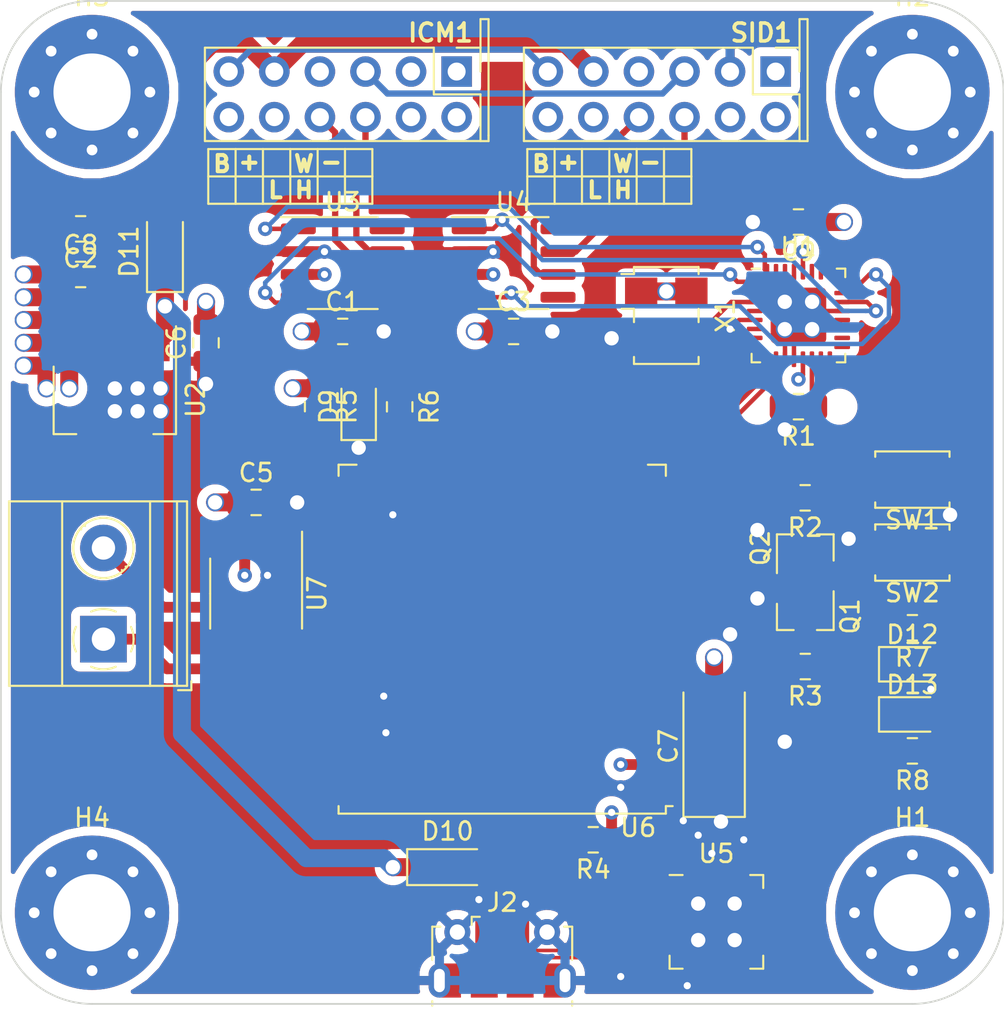
<source format=kicad_pcb>
(kicad_pcb (version 20171130) (host pcbnew 5.1.5+dfsg1-2build2)
  (layers (0 F.Cu signal) (1 In1.Cu power) (2 In2.Cu power) (31 B.Cu signal) (34 B.Paste user) (35 F.Paste user) (36 B.SilkS user hide) (37 F.SilkS user hide) (38 B.Mask user) (39 F.Mask user) (44 Edge.Cuts user))
  (net 0 "")
  (net 1 GND)
  (net 2 VBUS)
  (net 3 "Net-(D9-Pad2)")
  (net 4 "Net-(D11-Pad2)")
  (net 5 "Net-(D12-Pad1)")
  (net 6 "Net-(D13-Pad1)")
  (net 7 CAN_H)
  (net 8 CAN_L)
  (net 9 "Net-(ICM1-Pad6)")
  (net 10 CAN_A_H)
  (net 11 CAN_A_L)
  (net 12 "Net-(ICM1-Pad3)")
  (net 13 RXA)
  (net 14 TXA)
  (net 15 MISO)
  (net 16 MOSI)
  (net 17 CLK)
  (net 18 CS)
  (net 19 RXB)
  (net 20 TXB)
  (net 21 RX_ESP32_CAN)
  (net 22 TX_ESP32_CAN)
  (net 23 RTS)
  (net 24 DTR)
  (net 25 IO0)
  (net 26 EN)
  (net 27 IRQ)
  (net 28 "Net-(R2-Pad2)")
  (net 29 "Net-(R3-Pad2)")
  (net 30 "Net-(R6-Pad2)")
  (net 31 CAN_B_L)
  (net 32 CAN_B_H)
  (net 33 XTAL1)
  (net 34 I2S_DIN)
  (net 35 I2S_WSEL)
  (net 36 I2S_BCLK)
  (net 37 +3V3)
  (net 38 VCC)
  (net 39 USB_DP)
  (net 40 USB_DM)
  (net 41 "Net-(R7-Pad1)")
  (net 42 "Net-(R8-Pad1)")
  (net 43 TX_ESP32)
  (net 44 RX_ESP32)
  (net 45 "Net-(ICM1-Pad7)")
  (net 46 "Net-(ICM1-Pad8)")
  (net 47 "Net-(ICM1-Pad4)")
  (net 48 "Net-(ICM1-Pad11)")
  (net 49 "Net-(ICM1-Pad12)")
  (net 50 "Net-(ICM1-Pad1)")
  (net 51 "Net-(J2-Pad4)")
  (net 52 "Net-(SID1-Pad7)")
  (net 53 "Net-(SID1-Pad8)")
  (net 54 "Net-(SID1-Pad4)")
  (net 55 "Net-(SID1-Pad11)")
  (net 56 "Net-(SID1-Pad12)")
  (net 57 "Net-(SID1-Pad1)")
  (net 58 "Net-(U1-Pad2)")
  (net 59 "Net-(U1-Pad4)")
  (net 60 "Net-(U1-Pad6)")
  (net 61 "Net-(U1-Pad15)")
  (net 62 "Net-(U1-Pad16)")
  (net 63 "Net-(U1-Pad17)")
  (net 64 "Net-(U1-Pad18)")
  (net 65 "Net-(U1-Pad19)")
  (net 66 "Net-(U1-Pad20)")
  (net 67 "Net-(U1-Pad24)")
  (net 68 "Net-(U1-Pad25)")
  (net 69 "Net-(U1-Pad26)")
  (net 70 "Net-(U1-Pad27)")
  (net 71 "Net-(U1-Pad30)")
  (net 72 "Net-(U1-Pad31)")
  (net 73 "Net-(U3-Pad8)")
  (net 74 "Net-(U3-Pad5)")
  (net 75 "Net-(U4-Pad5)")
  (net 76 "Net-(U4-Pad8)")
  (net 77 "Net-(U5-Pad1)")
  (net 78 "Net-(U5-Pad2)")
  (net 79 "Net-(U5-Pad7)")
  (net 80 "Net-(U5-Pad9)")
  (net 81 "Net-(U5-Pad10)")
  (net 82 "Net-(U5-Pad11)")
  (net 83 "Net-(U5-Pad12)")
  (net 84 "Net-(U5-Pad13)")
  (net 85 "Net-(U5-Pad14)")
  (net 86 "Net-(U5-Pad15)")
  (net 87 "Net-(U5-Pad16)")
  (net 88 "Net-(U5-Pad17)")
  (net 89 "Net-(U5-Pad20)")
  (net 90 "Net-(U5-Pad21)")
  (net 91 "Net-(U5-Pad22)")
  (net 92 "Net-(U5-Pad23)")
  (net 93 "Net-(U5-Pad27)")
  (net 94 "Net-(U6-Pad37)")
  (net 95 "Net-(U6-Pad33)")
  (net 96 "Net-(U6-Pad32)")
  (net 97 "Net-(U6-Pad31)")
  (net 98 "Net-(U6-Pad30)")
  (net 99 "Net-(U6-Pad28)")
  (net 100 "Net-(U6-Pad27)")
  (net 101 "Net-(U6-Pad22)")
  (net 102 "Net-(U6-Pad21)")
  (net 103 "Net-(U6-Pad20)")
  (net 104 "Net-(U6-Pad19)")
  (net 105 "Net-(U6-Pad18)")
  (net 106 "Net-(U6-Pad17)")
  (net 107 "Net-(U6-Pad7)")
  (net 108 "Net-(U6-Pad6)")
  (net 109 "Net-(U6-Pad5)")
  (net 110 "Net-(U6-Pad4)")
  (net 111 "Net-(U7-Pad8)")
  (net 112 "Net-(U7-Pad5)")
  (net 113 "Net-(U6-Pad12)")
  (net 114 "Net-(U6-Pad9)")
  (net 115 "Net-(U6-Pad8)")
  (module Capacitor_SMD:C_0805_2012Metric_Pad1.15x1.40mm_HandSolder (layer F.Cu) (at 123.19 84.455)
    (fp_text reference C1 (at 0 -1.65) (layer F.SilkS))
    (fp_text value 1uF)
    (pad 2 smd roundrect (at 1.025 0) (size 1.15 1.4) (layers F.Cu F.Paste F.Mask) (roundrect_rratio 0.217391) (net 1 GND))
    (pad 1 smd roundrect (at -1.025 0) (size 1.15 1.4) (layers F.Cu F.Paste F.Mask) (roundrect_rratio 0.217391) (net 37 +3V3))
  )
  (module Capacitor_SMD:C_0805_2012Metric_Pad1.15x1.40mm_HandSolder (layer F.Cu) (at 108.585 78.74 180)
    (fp_text reference C2 (at 0 -1.65) (layer F.SilkS))
    (fp_text value 1uF)
    (pad 2 smd roundrect (at 1.025 0 180) (size 1.15 1.4) (layers F.Cu F.Paste F.Mask) (roundrect_rratio 0.217391) (net 1 GND))
    (pad 1 smd roundrect (at -1.025 0 180) (size 1.15 1.4) (layers F.Cu F.Paste F.Mask) (roundrect_rratio 0.217391) (net 38 VCC))
  )
  (module Capacitor_SMD:C_0805_2012Metric_Pad1.15x1.40mm_HandSolder (layer F.Cu) (at 132.715 84.455)
    (fp_text reference C3 (at 0 -1.65) (layer F.SilkS))
    (fp_text value 1uF)
    (pad 1 smd roundrect (at -1.025 0) (size 1.15 1.4) (layers F.Cu F.Paste F.Mask) (roundrect_rratio 0.217391) (net 37 +3V3))
    (pad 2 smd roundrect (at 1.025 0) (size 1.15 1.4) (layers F.Cu F.Paste F.Mask) (roundrect_rratio 0.217391) (net 1 GND))
  )
  (module Capacitor_SMD:C_0805_2012Metric_Pad1.15x1.40mm_HandSolder (layer F.Cu) (at 118.364 93.98)
    (fp_text reference C5 (at 0 -1.65) (layer F.SilkS))
    (fp_text value 1uF)
    (pad 1 smd roundrect (at -1.025 0) (size 1.15 1.4) (layers F.Cu F.Paste F.Mask) (roundrect_rratio 0.217391) (net 37 +3V3))
    (pad 2 smd roundrect (at 1.025 0) (size 1.15 1.4) (layers F.Cu F.Paste F.Mask) (roundrect_rratio 0.217391) (net 1 GND))
  )
  (module Capacitor_SMD:C_0805_2012Metric_Pad1.15x1.40mm_HandSolder (layer F.Cu) (at 115.57 85.09 90)
    (fp_text reference C6 (at 0 -1.65 90) (layer F.SilkS))
    (fp_text value 1uF)
    (pad 1 smd roundrect (at -1.025 0 90) (size 1.15 1.4) (layers F.Cu F.Paste F.Mask) (roundrect_rratio 0.217391) (net 1 GND))
    (pad 2 smd roundrect (at 1.025 0 90) (size 1.15 1.4) (layers F.Cu F.Paste F.Mask) (roundrect_rratio 0.217391) (net 37 +3V3))
  )
  (module Capacitor_Tantalum_SMD:CP_EIA-6032-20_AVX-F_Pad2.25x2.35mm_HandSolder (layer F.Cu) (at 143.891 107.569 90)
    (fp_text reference C7 (at 0 -2.55 90) (layer F.SilkS))
    (fp_text value 10uF)
    (pad 1 smd roundrect (at -2.55 0 90) (size 2.25 2.35) (layers F.Cu F.Paste F.Mask) (roundrect_rratio 0.111111) (net 1 GND))
    (pad 2 smd roundrect (at 2.55 0 90) (size 2.25 2.35) (layers F.Cu F.Paste F.Mask) (roundrect_rratio 0.111111) (net 37 +3V3))
  )
  (module Capacitor_SMD:C_0805_2012Metric_Pad1.15x1.40mm_HandSolder (layer F.Cu) (at 108.585 81.28)
    (fp_text reference C8 (at 0 -1.65) (layer F.SilkS))
    (fp_text value 1uF)
    (pad 2 smd roundrect (at 1.025 0) (size 1.15 1.4) (layers F.Cu F.Paste F.Mask) (roundrect_rratio 0.217391) (net 1 GND))
    (pad 1 smd roundrect (at -1.025 0) (size 1.15 1.4) (layers F.Cu F.Paste F.Mask) (roundrect_rratio 0.217391) (net 37 +3V3))
  )
  (module Capacitor_SMD:C_0805_2012Metric_Pad1.15x1.40mm_HandSolder (layer F.Cu) (at 148.59 78.359 180)
    (fp_text reference C9 (at 0 -1.65) (layer F.SilkS))
    (fp_text value 1uF)
    (pad 1 smd roundrect (at -1.025 0 180) (size 1.15 1.4) (layers F.Cu F.Paste F.Mask) (roundrect_rratio 0.217391) (net 37 +3V3))
    (pad 2 smd roundrect (at 1.025 0 180) (size 1.15 1.4) (layers F.Cu F.Paste F.Mask) (roundrect_rratio 0.217391) (net 1 GND))
  )
  (module LED_SMD:LED_0805_2012Metric_Pad1.15x1.40mm_HandSolder (layer F.Cu) (at 124.079 88.646 90)
    (fp_text reference D9 (at 0 -1.65 90) (layer F.SilkS))
    (fp_text value LED_IO2)
    (pad 1 smd roundrect (at -1.025 0 90) (size 1.15 1.4) (layers F.Cu F.Paste F.Mask) (roundrect_rratio 0.217391) (net 1 GND))
    (pad 2 smd roundrect (at 1.025 0 90) (size 1.15 1.4) (layers F.Cu F.Paste F.Mask) (roundrect_rratio 0.217391) (net 3 "Net-(D9-Pad2)"))
  )
  (module Diode_SMD:D_SOD-123 (layer F.Cu) (at 129.032 114.3)
    (fp_text reference D10 (at 0 -2) (layer F.SilkS))
    (fp_text value 1N5819)
    (pad 2 smd rect (at 1.65 0) (size 0.9 1.2) (layers F.Cu F.Paste F.Mask) (net 2 VBUS))
    (pad 1 smd rect (at -1.65 0) (size 0.9 1.2) (layers F.Cu F.Paste F.Mask) (net 38 VCC))
  )
  (module Diode_SMD:D_SOD-123 (layer F.Cu) (at 113.284 80.01 90)
    (fp_text reference D11 (at 0 -2 90) (layer F.SilkS))
    (fp_text value 1N5819)
    (pad 1 smd rect (at -1.65 0 90) (size 0.9 1.2) (layers F.Cu F.Paste F.Mask) (net 38 VCC))
    (pad 2 smd rect (at 1.65 0 90) (size 0.9 1.2) (layers F.Cu F.Paste F.Mask) (net 4 "Net-(D11-Pad2)"))
  )
  (module LED_SMD:LED_0805_2012Metric_Pad1.15x1.40mm_HandSolder (layer F.Cu) (at 154.94 102.997)
    (fp_text reference D12 (at 0 -1.65) (layer F.SilkS))
    (fp_text value LED0)
    (pad 1 smd roundrect (at -1.025 0) (size 1.15 1.4) (layers F.Cu F.Paste F.Mask) (roundrect_rratio 0.217391) (net 5 "Net-(D12-Pad1)"))
    (pad 2 smd roundrect (at 1.025 0) (size 1.15 1.4) (layers F.Cu F.Paste F.Mask) (roundrect_rratio 0.217391) (net 2 VBUS))
  )
  (module LED_SMD:LED_0805_2012Metric_Pad1.15x1.40mm_HandSolder (layer F.Cu) (at 154.94 105.791)
    (fp_text reference D13 (at 0 -1.65) (layer F.SilkS))
    (fp_text value LED0)
    (pad 2 smd roundrect (at 1.025 0) (size 1.15 1.4) (layers F.Cu F.Paste F.Mask) (roundrect_rratio 0.217391) (net 2 VBUS))
    (pad 1 smd roundrect (at -1.025 0) (size 1.15 1.4) (layers F.Cu F.Paste F.Mask) (roundrect_rratio 0.217391) (net 6 "Net-(D13-Pad1)"))
  )
  (module MountingHole:MountingHole_4.3mm_M4_Pad_Via (layer F.Cu) (at 154.94 116.84)
    (fp_text reference H1 (at 0 -5.3) (layer F.SilkS))
    (fp_text value MountingHole)
    (pad 1 thru_hole circle (at 2.280419 -2.280419) (size 0.9 0.9) (drill 0.6) (layers *.Cu *.Mask))
    (pad 1 thru_hole circle (at 0 -3.225) (size 0.9 0.9) (drill 0.6) (layers *.Cu *.Mask))
    (pad 1 thru_hole circle (at -2.280419 -2.280419) (size 0.9 0.9) (drill 0.6) (layers *.Cu *.Mask))
    (pad 1 thru_hole circle (at -3.225 0) (size 0.9 0.9) (drill 0.6) (layers *.Cu *.Mask))
    (pad 1 thru_hole circle (at -2.280419 2.280419) (size 0.9 0.9) (drill 0.6) (layers *.Cu *.Mask))
    (pad 1 thru_hole circle (at 0 3.225) (size 0.9 0.9) (drill 0.6) (layers *.Cu *.Mask))
    (pad 1 thru_hole circle (at 2.280419 2.280419) (size 0.9 0.9) (drill 0.6) (layers *.Cu *.Mask))
    (pad 1 thru_hole circle (at 3.225 0) (size 0.9 0.9) (drill 0.6) (layers *.Cu *.Mask))
    (pad 1 thru_hole circle (at 0 0) (size 8.6 8.6) (drill 4.3) (layers *.Cu *.Mask))
  )
  (module MountingHole:MountingHole_4.3mm_M4_Pad_Via (layer F.Cu) (at 154.94 71.12)
    (fp_text reference H2 (at 0 -5.3) (layer F.SilkS))
    (fp_text value MountingHole)
    (pad 1 thru_hole circle (at 2.280419 -2.280419) (size 0.9 0.9) (drill 0.6) (layers *.Cu *.Mask))
    (pad 1 thru_hole circle (at 0 -3.225) (size 0.9 0.9) (drill 0.6) (layers *.Cu *.Mask))
    (pad 1 thru_hole circle (at -2.280419 -2.280419) (size 0.9 0.9) (drill 0.6) (layers *.Cu *.Mask))
    (pad 1 thru_hole circle (at -3.225 0) (size 0.9 0.9) (drill 0.6) (layers *.Cu *.Mask))
    (pad 1 thru_hole circle (at -2.280419 2.280419) (size 0.9 0.9) (drill 0.6) (layers *.Cu *.Mask))
    (pad 1 thru_hole circle (at 0 3.225) (size 0.9 0.9) (drill 0.6) (layers *.Cu *.Mask))
    (pad 1 thru_hole circle (at 2.280419 2.280419) (size 0.9 0.9) (drill 0.6) (layers *.Cu *.Mask))
    (pad 1 thru_hole circle (at 3.225 0) (size 0.9 0.9) (drill 0.6) (layers *.Cu *.Mask))
    (pad 1 thru_hole circle (at 0 0) (size 8.6 8.6) (drill 4.3) (layers *.Cu *.Mask))
  )
  (module MountingHole:MountingHole_4.3mm_M4_Pad_Via (layer F.Cu) (at 109.22 71.12)
    (fp_text reference H3 (at 0 -5.3) (layer F.SilkS))
    (fp_text value MountingHole)
    (pad 1 thru_hole circle (at 0 0) (size 8.6 8.6) (drill 4.3) (layers *.Cu *.Mask))
    (pad 1 thru_hole circle (at 3.225 0) (size 0.9 0.9) (drill 0.6) (layers *.Cu *.Mask))
    (pad 1 thru_hole circle (at 2.280419 2.280419) (size 0.9 0.9) (drill 0.6) (layers *.Cu *.Mask))
    (pad 1 thru_hole circle (at 0 3.225) (size 0.9 0.9) (drill 0.6) (layers *.Cu *.Mask))
    (pad 1 thru_hole circle (at -2.280419 2.280419) (size 0.9 0.9) (drill 0.6) (layers *.Cu *.Mask))
    (pad 1 thru_hole circle (at -3.225 0) (size 0.9 0.9) (drill 0.6) (layers *.Cu *.Mask))
    (pad 1 thru_hole circle (at -2.280419 -2.280419) (size 0.9 0.9) (drill 0.6) (layers *.Cu *.Mask))
    (pad 1 thru_hole circle (at 0 -3.225) (size 0.9 0.9) (drill 0.6) (layers *.Cu *.Mask))
    (pad 1 thru_hole circle (at 2.280419 -2.280419) (size 0.9 0.9) (drill 0.6) (layers *.Cu *.Mask))
  )
  (module MountingHole:MountingHole_4.3mm_M4_Pad_Via (layer F.Cu) (at 109.22 116.84)
    (fp_text reference H4 (at 0 -5.3) (layer F.SilkS))
    (fp_text value MountingHole)
    (pad 1 thru_hole circle (at 0 0) (size 8.6 8.6) (drill 4.3) (layers *.Cu *.Mask))
    (pad 1 thru_hole circle (at 3.225 0) (size 0.9 0.9) (drill 0.6) (layers *.Cu *.Mask))
    (pad 1 thru_hole circle (at 2.280419 2.280419) (size 0.9 0.9) (drill 0.6) (layers *.Cu *.Mask))
    (pad 1 thru_hole circle (at 0 3.225) (size 0.9 0.9) (drill 0.6) (layers *.Cu *.Mask))
    (pad 1 thru_hole circle (at -2.280419 2.280419) (size 0.9 0.9) (drill 0.6) (layers *.Cu *.Mask))
    (pad 1 thru_hole circle (at -3.225 0) (size 0.9 0.9) (drill 0.6) (layers *.Cu *.Mask))
    (pad 1 thru_hole circle (at -2.280419 -2.280419) (size 0.9 0.9) (drill 0.6) (layers *.Cu *.Mask))
    (pad 1 thru_hole circle (at 0 -3.225) (size 0.9 0.9) (drill 0.6) (layers *.Cu *.Mask))
    (pad 1 thru_hole circle (at 2.280419 -2.280419) (size 0.9 0.9) (drill 0.6) (layers *.Cu *.Mask))
  )
  (module TerminalBlock_Phoenix:TerminalBlock_Phoenix_MKDS-1,5-2-5.08_1x02_P5.08mm_Horizontal (layer F.Cu) (at 109.855 101.6 90)
    (fp_text reference I-BUS1 (at 2.54 -6.26 90) (layer F.SilkS))
    (fp_text value Screw_Terminal_01x02)
    (pad 1 thru_hole rect (at 0 0 90) (size 2.6 2.6) (drill 1.3) (layers *.Cu *.Mask) (net 7 CAN_H))
    (pad 2 thru_hole circle (at 5.08 0 90) (size 2.6 2.6) (drill 1.3) (layers *.Cu *.Mask) (net 8 CAN_L))
  )
  (module sid-board:SAAB_SID_CONNECTOR_HEADER (layer F.Cu) (at 123.19 71.12)
    (fp_text reference ICM1 (at 7.366 -3.302) (layer F.SilkS) (effects (font (thickness 0.2)) (justify right)))
    (fp_text value ICM_CONN)
    (fp_text user L (at -3.7465 5.461) (layer F.SilkS) (effects (font (size 0.9 0.9) (thickness 0.225))))
    (fp_text user H (at -2.159 5.461) (layer F.SilkS) (effects (font (size 0.9 0.9) (thickness 0.225))))
    (fp_text user - (at -0.635 3.8735) (layer F.SilkS) (effects (font (size 0.9 0.9) (thickness 0.225))))
    (fp_text user W (at -2.159 4.0005) (layer F.SilkS) (effects (font (size 0.9 0.9) (thickness 0.225))))
    (fp_text user + (at -5.207 3.8735) (layer F.SilkS) (effects (font (size 0.9 0.9) (thickness 0.225))))
    (fp_text user B (at -6.731 4.0005) (layer F.SilkS) (effects (font (size 0.9 0.9) (thickness 0.225))))
    (pad 7 thru_hole oval (at -6.35 1.397 270) (size 1.7 1.7) (drill 1) (layers *.Cu *.Mask) (net 45 "Net-(ICM1-Pad7)"))
    (pad 6 thru_hole oval (at -6.35 -1.143 270) (size 1.7 1.7) (drill 1) (layers *.Cu *.Mask) (net 9 "Net-(ICM1-Pad6)"))
    (pad 8 thru_hole oval (at -3.81 1.397 270) (size 1.7 1.7) (drill 1) (layers *.Cu *.Mask) (net 46 "Net-(ICM1-Pad8)"))
    (pad 5 thru_hole oval (at -3.81 -1.143 270) (size 1.7 1.7) (drill 1) (layers *.Cu *.Mask) (net 4 "Net-(D11-Pad2)"))
    (pad 9 thru_hole oval (at -1.27 1.397 270) (size 1.7 1.7) (drill 1) (layers *.Cu *.Mask) (net 11 CAN_A_L))
    (pad 4 thru_hole oval (at -1.27 -1.143 270) (size 1.7 1.7) (drill 1) (layers *.Cu *.Mask) (net 47 "Net-(ICM1-Pad4)"))
    (pad 10 thru_hole oval (at 1.27 1.397 270) (size 1.7 1.7) (drill 1) (layers *.Cu *.Mask) (net 10 CAN_A_H))
    (pad 3 thru_hole oval (at 1.27 -1.143 270) (size 1.7 1.7) (drill 1) (layers *.Cu *.Mask) (net 12 "Net-(ICM1-Pad3)"))
    (pad 11 thru_hole oval (at 3.81 1.397 270) (size 1.7 1.7) (drill 1) (layers *.Cu *.Mask) (net 48 "Net-(ICM1-Pad11)"))
    (pad 2 thru_hole oval (at 3.81 -1.143 270) (size 1.7 1.7) (drill 1) (layers *.Cu *.Mask) (net 1 GND))
    (pad 12 thru_hole oval (at 6.35 1.397 270) (size 1.7 1.7) (drill 1) (layers *.Cu *.Mask) (net 49 "Net-(ICM1-Pad12)"))
    (pad 1 thru_hole rect (at 6.35 -1.143 270) (size 1.7 1.7) (drill 1) (layers *.Cu *.Mask) (net 50 "Net-(ICM1-Pad1)"))
  )
  (module Connector_USB:USB_Micro-B_Molex-105017-0001 (layer F.Cu) (at 132.08 119.38)
    (fp_text reference J2 (at 0 -3.1125) (layer F.SilkS))
    (fp_text value USB_B_Micro)
    (pad 6 smd rect (at 1 1.2375) (size 1.5 1.9) (layers F.Cu F.Paste F.Mask) (net 1 GND))
    (pad 6 thru_hole circle (at -2.5 -1.4625) (size 1.45 1.45) (drill 0.85) (layers *.Cu *.Mask) (net 1 GND))
    (pad 2 smd rect (at -0.65 -1.4625) (size 0.4 1.35) (layers F.Cu F.Paste F.Mask) (net 40 USB_DM))
    (pad 1 smd rect (at -1.3 -1.4625) (size 0.4 1.35) (layers F.Cu F.Paste F.Mask) (net 2 VBUS))
    (pad 5 smd rect (at 1.3 -1.4625) (size 0.4 1.35) (layers F.Cu F.Paste F.Mask) (net 1 GND))
    (pad 4 smd rect (at 0.65 -1.4625) (size 0.4 1.35) (layers F.Cu F.Paste F.Mask) (net 51 "Net-(J2-Pad4)"))
    (pad 3 smd rect (at 0 -1.4625) (size 0.4 1.35) (layers F.Cu F.Paste F.Mask) (net 39 USB_DP))
    (pad 6 thru_hole circle (at 2.5 -1.4625) (size 1.45 1.45) (drill 0.85) (layers *.Cu *.Mask) (net 1 GND))
    (pad 6 smd rect (at -1 1.2375) (size 1.5 1.9) (layers F.Cu F.Paste F.Mask) (net 1 GND))
    (pad 6 thru_hole oval (at -3.5 1.2375 180) (size 1.2 1.9) (drill oval 0.6 1.3) (layers *.Cu *.Mask) (net 1 GND))
    (pad 6 thru_hole oval (at 3.5 1.2375) (size 1.2 1.9) (drill oval 0.6 1.3) (layers *.Cu *.Mask) (net 1 GND))
    (pad 6 smd rect (at 2.9 1.2375) (size 1.2 1.9) (layers F.Cu F.Mask) (net 1 GND))
    (pad 6 smd rect (at -2.9 1.2375) (size 1.2 1.9) (layers F.Cu F.Mask) (net 1 GND))
  )
  (module Package_TO_SOT_SMD:SOT-23 (layer F.Cu) (at 148.971 100.33 270)
    (fp_text reference Q1 (at 0 -2.5 90) (layer F.SilkS))
    (fp_text value BSS138)
    (pad 3 smd rect (at 1 0 270) (size 0.9 0.8) (layers F.Cu F.Paste F.Mask) (net 25 IO0))
    (pad 2 smd rect (at -1 0.95 270) (size 0.9 0.8) (layers F.Cu F.Paste F.Mask) (net 24 DTR))
    (pad 1 smd rect (at -1 -0.95 270) (size 0.9 0.8) (layers F.Cu F.Paste F.Mask) (net 23 RTS))
  )
  (module Package_TO_SOT_SMD:SOT-23 (layer F.Cu) (at 148.971 96.52 90)
    (fp_text reference Q2 (at 0 -2.5 90) (layer F.SilkS))
    (fp_text value BSS138)
    (pad 1 smd rect (at -1 -0.95 90) (size 0.9 0.8) (layers F.Cu F.Paste F.Mask) (net 24 DTR))
    (pad 2 smd rect (at -1 0.95 90) (size 0.9 0.8) (layers F.Cu F.Paste F.Mask) (net 23 RTS))
    (pad 3 smd rect (at 1 0 90) (size 0.9 0.8) (layers F.Cu F.Paste F.Mask) (net 26 EN))
  )
  (module Resistor_SMD:R_0805_2012Metric_Pad1.15x1.40mm_HandSolder (layer F.Cu) (at 148.59 88.646 180)
    (fp_text reference R1 (at 0 -1.65) (layer F.SilkS))
    (fp_text value 1K)
    (pad 2 smd roundrect (at 1.025 0 180) (size 1.15 1.4) (layers F.Cu F.Paste F.Mask) (roundrect_rratio 0.217391) (net 37 +3V3))
    (pad 1 smd roundrect (at -1.025 0 180) (size 1.15 1.4) (layers F.Cu F.Paste F.Mask) (roundrect_rratio 0.217391) (net 27 IRQ))
  )
  (module Resistor_SMD:R_0805_2012Metric_Pad1.15x1.40mm_HandSolder (layer F.Cu) (at 148.962 93.726 180)
    (fp_text reference R2 (at 0 -1.65) (layer F.SilkS))
    (fp_text value 470)
    (pad 2 smd roundrect (at 1.025 0 180) (size 1.15 1.4) (layers F.Cu F.Paste F.Mask) (roundrect_rratio 0.217391) (net 28 "Net-(R2-Pad2)"))
    (pad 1 smd roundrect (at -1.025 0 180) (size 1.15 1.4) (layers F.Cu F.Paste F.Mask) (roundrect_rratio 0.217391) (net 26 EN))
  )
  (module Resistor_SMD:R_0805_2012Metric_Pad1.15x1.40mm_HandSolder (layer F.Cu) (at 148.971 103.124 180)
    (fp_text reference R3 (at 0 -1.65) (layer F.SilkS))
    (fp_text value 470)
    (pad 1 smd roundrect (at -1.025 0 180) (size 1.15 1.4) (layers F.Cu F.Paste F.Mask) (roundrect_rratio 0.217391) (net 25 IO0))
    (pad 2 smd roundrect (at 1.025 0 180) (size 1.15 1.4) (layers F.Cu F.Paste F.Mask) (roundrect_rratio 0.217391) (net 29 "Net-(R3-Pad2)"))
  )
  (module Resistor_SMD:R_0805_2012Metric_Pad1.15x1.40mm_HandSolder (layer F.Cu) (at 137.151 112.776 180)
    (fp_text reference R4 (at 0 -1.65) (layer F.SilkS))
    (fp_text value 1k)
    (pad 1 smd roundrect (at -1.025 0 180) (size 1.15 1.4) (layers F.Cu F.Paste F.Mask) (roundrect_rratio 0.217391) (net 37 +3V3))
    (pad 2 smd roundrect (at 1.025 0 180) (size 1.15 1.4) (layers F.Cu F.Paste F.Mask) (roundrect_rratio 0.217391) (net 26 EN))
  )
  (module Resistor_SMD:R_0805_2012Metric_Pad1.15x1.40mm_HandSolder (layer F.Cu) (at 121.793 88.646 270)
    (fp_text reference R5 (at 0 -1.65 90) (layer F.SilkS))
    (fp_text value 1k)
    (pad 1 smd roundrect (at -1.025 0 270) (size 1.15 1.4) (layers F.Cu F.Paste F.Mask) (roundrect_rratio 0.217391) (net 37 +3V3))
    (pad 2 smd roundrect (at 1.025 0 270) (size 1.15 1.4) (layers F.Cu F.Paste F.Mask) (roundrect_rratio 0.217391) (net 25 IO0))
  )
  (module Resistor_SMD:R_0805_2012Metric_Pad1.15x1.40mm_HandSolder (layer F.Cu) (at 126.365 88.655 270)
    (fp_text reference R6 (at 0 -1.65 90) (layer F.SilkS))
    (fp_text value 470)
    (pad 2 smd roundrect (at 1.025 0 270) (size 1.15 1.4) (layers F.Cu F.Paste F.Mask) (roundrect_rratio 0.217391) (net 30 "Net-(R6-Pad2)"))
    (pad 1 smd roundrect (at -1.025 0 270) (size 1.15 1.4) (layers F.Cu F.Paste F.Mask) (roundrect_rratio 0.217391) (net 3 "Net-(D9-Pad2)"))
  )
  (module Resistor_SMD:R_0805_2012Metric_Pad1.15x1.40mm_HandSolder (layer F.Cu) (at 154.94 100.965 180)
    (fp_text reference R7 (at 0 -1.65) (layer F.SilkS))
    (fp_text value 1k)
    (pad 2 smd roundrect (at 1.025 0 180) (size 1.15 1.4) (layers F.Cu F.Paste F.Mask) (roundrect_rratio 0.217391) (net 5 "Net-(D12-Pad1)"))
    (pad 1 smd roundrect (at -1.025 0 180) (size 1.15 1.4) (layers F.Cu F.Paste F.Mask) (roundrect_rratio 0.217391) (net 41 "Net-(R7-Pad1)"))
  )
  (module Resistor_SMD:R_0805_2012Metric_Pad1.15x1.40mm_HandSolder (layer F.Cu) (at 154.94 107.823 180)
    (fp_text reference R8 (at 0 -1.65) (layer F.SilkS))
    (fp_text value 1k)
    (pad 1 smd roundrect (at -1.025 0 180) (size 1.15 1.4) (layers F.Cu F.Paste F.Mask) (roundrect_rratio 0.217391) (net 42 "Net-(R8-Pad1)"))
    (pad 2 smd roundrect (at 1.025 0 180) (size 1.15 1.4) (layers F.Cu F.Paste F.Mask) (roundrect_rratio 0.217391) (net 6 "Net-(D13-Pad1)"))
  )
  (module sid-board:SAAB_SID_CONNECTOR_HEADER (layer F.Cu) (at 140.97 71.12)
    (fp_text reference SID1 (at 7.366 -3.302) (layer F.SilkS) (effects (font (thickness 0.2)) (justify right)))
    (fp_text value SID_CONN)
    (fp_text user B (at -6.731 4.0005) (layer F.SilkS) (effects (font (size 0.9 0.9) (thickness 0.225))))
    (fp_text user + (at -5.207 3.8735) (layer F.SilkS) (effects (font (size 0.9 0.9) (thickness 0.225))))
    (fp_text user W (at -2.159 4.0005) (layer F.SilkS) (effects (font (size 0.9 0.9) (thickness 0.225))))
    (fp_text user - (at -0.635 3.8735) (layer F.SilkS) (effects (font (size 0.9 0.9) (thickness 0.225))))
    (fp_text user H (at -2.159 5.461) (layer F.SilkS) (effects (font (size 0.9 0.9) (thickness 0.225))))
    (fp_text user L (at -3.7465 5.461) (layer F.SilkS) (effects (font (size 0.9 0.9) (thickness 0.225))))
    (pad 1 thru_hole rect (at 6.35 -1.143 270) (size 1.7 1.7) (drill 1) (layers *.Cu *.Mask) (net 57 "Net-(SID1-Pad1)"))
    (pad 12 thru_hole oval (at 6.35 1.397 270) (size 1.7 1.7) (drill 1) (layers *.Cu *.Mask) (net 56 "Net-(SID1-Pad12)"))
    (pad 2 thru_hole oval (at 3.81 -1.143 270) (size 1.7 1.7) (drill 1) (layers *.Cu *.Mask) (net 1 GND))
    (pad 11 thru_hole oval (at 3.81 1.397 270) (size 1.7 1.7) (drill 1) (layers *.Cu *.Mask) (net 55 "Net-(SID1-Pad11)"))
    (pad 3 thru_hole oval (at 1.27 -1.143 270) (size 1.7 1.7) (drill 1) (layers *.Cu *.Mask) (net 12 "Net-(ICM1-Pad3)"))
    (pad 10 thru_hole oval (at 1.27 1.397 270) (size 1.7 1.7) (drill 1) (layers *.Cu *.Mask) (net 32 CAN_B_H))
    (pad 4 thru_hole oval (at -1.27 -1.143 270) (size 1.7 1.7) (drill 1) (layers *.Cu *.Mask) (net 54 "Net-(SID1-Pad4)"))
    (pad 9 thru_hole oval (at -1.27 1.397 270) (size 1.7 1.7) (drill 1) (layers *.Cu *.Mask) (net 31 CAN_B_L))
    (pad 5 thru_hole oval (at -3.81 -1.143 270) (size 1.7 1.7) (drill 1) (layers *.Cu *.Mask) (net 4 "Net-(D11-Pad2)"))
    (pad 8 thru_hole oval (at -3.81 1.397 270) (size 1.7 1.7) (drill 1) (layers *.Cu *.Mask) (net 53 "Net-(SID1-Pad8)"))
    (pad 6 thru_hole oval (at -6.35 -1.143 270) (size 1.7 1.7) (drill 1) (layers *.Cu *.Mask) (net 9 "Net-(ICM1-Pad6)"))
    (pad 7 thru_hole oval (at -6.35 1.397 270) (size 1.7 1.7) (drill 1) (layers *.Cu *.Mask) (net 52 "Net-(SID1-Pad7)"))
  )
  (module Button_Switch_SMD:SW_Push_SPST_NO_Alps_SKRK (layer F.Cu) (at 154.94 92.71 180)
    (fp_text reference SW1 (at 0 -2.25) (layer F.SilkS))
    (fp_text value SW_EN)
    (pad 1 smd roundrect (at -2.1 0 180) (size 0.8 2) (layers F.Cu F.Paste F.Mask) (net 1 GND))
    (pad 2 smd roundrect (at 2.1 0 180) (size 0.8 2) (layers F.Cu F.Paste F.Mask) (net 28 "Net-(R2-Pad2)"))
  )
  (module Button_Switch_SMD:SW_Push_SPST_NO_Alps_SKRK (layer F.Cu) (at 154.94 96.774 180)
    (fp_text reference SW2 (at 0 -2.25) (layer F.SilkS))
    (fp_text value SW_FLASH)
    (pad 2 smd roundrect (at 2.1 0 180) (size 0.8 2) (layers F.Cu F.Paste F.Mask) (net 29 "Net-(R3-Pad2)"))
    (pad 1 smd roundrect (at -2.1 0 180) (size 0.8 2) (layers F.Cu F.Paste F.Mask) (net 1 GND))
  )
  (module Package_DFN_QFN:VQFN-32-1EP_5x5mm_P0.5mm_EP3.1x3.1mm (layer F.Cu) (at 148.59 83.566)
    (fp_text reference U1 (at 0 -3.82) (layer F.SilkS))
    (fp_text value SC16IS762IBS)
    (pad 33 smd roundrect (at 0 0) (size 3.1 3.1) (layers F.Cu F.Mask) (roundrect_rratio 0.08064499999999999) (net 1 GND))
    (pad 1 smd roundrect (at -2.4375 -1.75) (size 0.875 0.25) (layers F.Cu F.Paste F.Mask) (net 13 RXA))
    (pad 2 smd roundrect (at -2.4375 -1.25) (size 0.875 0.25) (layers F.Cu F.Paste F.Mask) (net 58 "Net-(U1-Pad2)"))
    (pad 3 smd roundrect (at -2.4375 -0.75) (size 0.875 0.25) (layers F.Cu F.Paste F.Mask) (net 33 XTAL1))
    (pad 4 smd roundrect (at -2.4375 -0.25) (size 0.875 0.25) (layers F.Cu F.Paste F.Mask) (net 59 "Net-(U1-Pad4)"))
    (pad 5 smd roundrect (at -2.4375 0.25) (size 0.875 0.25) (layers F.Cu F.Paste F.Mask) (net 37 +3V3))
    (pad 6 smd roundrect (at -2.4375 0.75) (size 0.875 0.25) (layers F.Cu F.Paste F.Mask) (net 60 "Net-(U1-Pad6)"))
    (pad 7 smd roundrect (at -2.4375 1.25) (size 0.875 0.25) (layers F.Cu F.Paste F.Mask) (net 18 CS))
    (pad 8 smd roundrect (at -2.4375 1.75) (size 0.875 0.25) (layers F.Cu F.Paste F.Mask) (net 16 MOSI))
    (pad 9 smd roundrect (at -1.75 2.4375) (size 0.25 0.875) (layers F.Cu F.Paste F.Mask) (net 15 MISO))
    (pad 10 smd roundrect (at -1.25 2.4375) (size 0.25 0.875) (layers F.Cu F.Paste F.Mask) (net 17 CLK))
    (pad 11 smd roundrect (at -0.75 2.4375) (size 0.25 0.875) (layers F.Cu F.Paste F.Mask) (net 1 GND))
    (pad 12 smd roundrect (at -0.25 2.4375) (size 0.25 0.875) (layers F.Cu F.Paste F.Mask) (net 1 GND))
    (pad 13 smd roundrect (at 0.25 2.4375) (size 0.25 0.875) (layers F.Cu F.Paste F.Mask) (net 37 +3V3))
    (pad 14 smd roundrect (at 0.75 2.4375) (size 0.25 0.875) (layers F.Cu F.Paste F.Mask) (net 27 IRQ))
    (pad 15 smd roundrect (at 1.25 2.4375) (size 0.25 0.875) (layers F.Cu F.Paste F.Mask) (net 61 "Net-(U1-Pad15)"))
    (pad 16 smd roundrect (at 1.75 2.4375) (size 0.25 0.875) (layers F.Cu F.Paste F.Mask) (net 62 "Net-(U1-Pad16)"))
    (pad 17 smd roundrect (at 2.4375 1.75) (size 0.875 0.25) (layers F.Cu F.Paste F.Mask) (net 63 "Net-(U1-Pad17)"))
    (pad 18 smd roundrect (at 2.4375 1.25) (size 0.875 0.25) (layers F.Cu F.Paste F.Mask) (net 64 "Net-(U1-Pad18)"))
    (pad 19 smd roundrect (at 2.4375 0.75) (size 0.875 0.25) (layers F.Cu F.Paste F.Mask) (net 65 "Net-(U1-Pad19)"))
    (pad 20 smd roundrect (at 2.4375 0.25) (size 0.875 0.25) (layers F.Cu F.Paste F.Mask) (net 66 "Net-(U1-Pad20)"))
    (pad 21 smd roundrect (at 2.4375 -0.25) (size 0.875 0.25) (layers F.Cu F.Paste F.Mask) (net 1 GND))
    (pad 22 smd roundrect (at 2.4375 -0.75) (size 0.875 0.25) (layers F.Cu F.Paste F.Mask) (net 20 TXB))
    (pad 23 smd roundrect (at 2.4375 -1.25) (size 0.875 0.25) (layers F.Cu F.Paste F.Mask) (net 19 RXB))
    (pad 24 smd roundrect (at 2.4375 -1.75) (size 0.875 0.25) (layers F.Cu F.Paste F.Mask) (net 67 "Net-(U1-Pad24)"))
    (pad 25 smd roundrect (at 1.75 -2.4375) (size 0.25 0.875) (layers F.Cu F.Paste F.Mask) (net 68 "Net-(U1-Pad25)"))
    (pad 26 smd roundrect (at 1.25 -2.4375) (size 0.25 0.875) (layers F.Cu F.Paste F.Mask) (net 69 "Net-(U1-Pad26)"))
    (pad 27 smd roundrect (at 0.75 -2.4375) (size 0.25 0.875) (layers F.Cu F.Paste F.Mask) (net 70 "Net-(U1-Pad27)"))
    (pad 28 smd roundrect (at 0.25 -2.4375) (size 0.25 0.875) (layers F.Cu F.Paste F.Mask) (net 37 +3V3))
    (pad 29 smd roundrect (at -0.25 -2.4375) (size 0.25 0.875) (layers F.Cu F.Paste F.Mask) (net 1 GND))
    (pad 30 smd roundrect (at -0.75 -2.4375) (size 0.25 0.875) (layers F.Cu F.Paste F.Mask) (net 71 "Net-(U1-Pad30)"))
    (pad 31 smd roundrect (at -1.25 -2.4375) (size 0.25 0.875) (layers F.Cu F.Paste F.Mask) (net 72 "Net-(U1-Pad31)"))
    (pad 32 smd roundrect (at -1.75 -2.4375) (size 0.25 0.875) (layers F.Cu F.Paste F.Mask) (net 14 TXA))
  )
  (module Package_TO_SOT_SMD:SOT-223-3_TabPin2 (layer F.Cu) (at 110.49 88.265 270)
    (fp_text reference U2 (at 0 -4.5 90) (layer F.SilkS))
    (fp_text value MCP1703A-3302_SOT223)
    (pad 2 smd rect (at 3.15 0 270) (size 2 3.8) (layers F.Cu F.Paste F.Mask) (net 1 GND))
    (pad 2 smd rect (at -3.15 0 270) (size 2 1.5) (layers F.Cu F.Paste F.Mask) (net 1 GND))
    (pad 3 smd rect (at -3.15 2.3 270) (size 2 1.5) (layers F.Cu F.Paste F.Mask) (net 37 +3V3))
    (pad 1 smd rect (at -3.15 -2.3 270) (size 2 1.5) (layers F.Cu F.Paste F.Mask) (net 38 VCC))
  )
  (module Package_SO:SOIC-8_3.9x4.9mm_P1.27mm (layer F.Cu) (at 123.19 80.645)
    (fp_text reference U3 (at 0 -3.4) (layer F.SilkS))
    (fp_text value SN65HVD232)
    (pad 8 smd roundrect (at 2.475 -1.905) (size 1.95 0.6) (layers F.Cu F.Paste F.Mask) (net 73 "Net-(U3-Pad8)"))
    (pad 7 smd roundrect (at 2.475 -0.635) (size 1.95 0.6) (layers F.Cu F.Paste F.Mask) (net 10 CAN_A_H))
    (pad 6 smd roundrect (at 2.475 0.635) (size 1.95 0.6) (layers F.Cu F.Paste F.Mask) (net 11 CAN_A_L))
    (pad 5 smd roundrect (at 2.475 1.905) (size 1.95 0.6) (layers F.Cu F.Paste F.Mask) (net 74 "Net-(U3-Pad5)"))
    (pad 4 smd roundrect (at -2.475 1.905) (size 1.95 0.6) (layers F.Cu F.Paste F.Mask) (net 13 RXA))
    (pad 3 smd roundrect (at -2.475 0.635) (size 1.95 0.6) (layers F.Cu F.Paste F.Mask) (net 37 +3V3))
    (pad 2 smd roundrect (at -2.475 -0.635) (size 1.95 0.6) (layers F.Cu F.Paste F.Mask) (net 1 GND))
    (pad 1 smd roundrect (at -2.475 -1.905) (size 1.95 0.6) (layers F.Cu F.Paste F.Mask) (net 14 TXA))
  )
  (module Package_SO:SOIC-8_3.9x4.9mm_P1.27mm (layer F.Cu) (at 132.715 80.645)
    (fp_text reference U4 (at 0 -3.4) (layer F.SilkS))
    (fp_text value SN65HVD232)
    (pad 1 smd roundrect (at -2.475 -1.905) (size 1.95 0.6) (layers F.Cu F.Paste F.Mask) (net 20 TXB))
    (pad 2 smd roundrect (at -2.475 -0.635) (size 1.95 0.6) (layers F.Cu F.Paste F.Mask) (net 1 GND))
    (pad 3 smd roundrect (at -2.475 0.635) (size 1.95 0.6) (layers F.Cu F.Paste F.Mask) (net 37 +3V3))
    (pad 4 smd roundrect (at -2.475 1.905) (size 1.95 0.6) (layers F.Cu F.Paste F.Mask) (net 19 RXB))
    (pad 5 smd roundrect (at 2.475 1.905) (size 1.95 0.6) (layers F.Cu F.Paste F.Mask) (net 75 "Net-(U4-Pad5)"))
    (pad 6 smd roundrect (at 2.475 0.635) (size 1.95 0.6) (layers F.Cu F.Paste F.Mask) (net 31 CAN_B_L))
    (pad 7 smd roundrect (at 2.475 -0.635) (size 1.95 0.6) (layers F.Cu F.Paste F.Mask) (net 32 CAN_B_H))
    (pad 8 smd roundrect (at 2.475 -1.905) (size 1.95 0.6) (layers F.Cu F.Paste F.Mask) (net 76 "Net-(U4-Pad8)"))
  )
  (module Package_DFN_QFN:QFN-28-1EP_5x5mm_P0.5mm_EP3.35x3.35mm (layer F.Cu) (at 144.018 117.348)
    (fp_text reference U5 (at 0 -3.8) (layer F.SilkS))
    (fp_text value CP2102N-A01-GQFN28)
    (pad 29 smd roundrect (at 0 0) (size 3.35 3.35) (layers F.Cu F.Mask) (roundrect_rratio 0.074627) (net 1 GND))
    (pad 1 smd roundrect (at -2.45 -1.5) (size 0.8 0.25) (layers F.Cu F.Paste F.Mask) (net 77 "Net-(U5-Pad1)"))
    (pad 2 smd roundrect (at -2.45 -1) (size 0.8 0.25) (layers F.Cu F.Paste F.Mask) (net 78 "Net-(U5-Pad2)"))
    (pad 3 smd roundrect (at -2.45 -0.5) (size 0.8 0.25) (layers F.Cu F.Paste F.Mask) (net 1 GND))
    (pad 4 smd roundrect (at -2.45 0) (size 0.8 0.25) (layers F.Cu F.Paste F.Mask) (net 39 USB_DP))
    (pad 5 smd roundrect (at -2.45 0.5) (size 0.8 0.25) (layers F.Cu F.Paste F.Mask) (net 40 USB_DM))
    (pad 6 smd roundrect (at -2.45 1) (size 0.8 0.25) (layers F.Cu F.Paste F.Mask) (net 37 +3V3))
    (pad 7 smd roundrect (at -2.45 1.5) (size 0.8 0.25) (layers F.Cu F.Paste F.Mask) (net 79 "Net-(U5-Pad7)"))
    (pad 8 smd roundrect (at -1.5 2.45) (size 0.25 0.8) (layers F.Cu F.Paste F.Mask) (net 2 VBUS))
    (pad 9 smd roundrect (at -1 2.45) (size 0.25 0.8) (layers F.Cu F.Paste F.Mask) (net 80 "Net-(U5-Pad9)"))
    (pad 10 smd roundrect (at -0.5 2.45) (size 0.25 0.8) (layers F.Cu F.Paste F.Mask) (net 81 "Net-(U5-Pad10)"))
    (pad 11 smd roundrect (at 0 2.45) (size 0.25 0.8) (layers F.Cu F.Paste F.Mask) (net 82 "Net-(U5-Pad11)"))
    (pad 12 smd roundrect (at 0.5 2.45) (size 0.25 0.8) (layers F.Cu F.Paste F.Mask) (net 83 "Net-(U5-Pad12)"))
    (pad 13 smd roundrect (at 1 2.45) (size 0.25 0.8) (layers F.Cu F.Paste F.Mask) (net 84 "Net-(U5-Pad13)"))
    (pad 14 smd roundrect (at 1.5 2.45) (size 0.25 0.8) (layers F.Cu F.Paste F.Mask) (net 85 "Net-(U5-Pad14)"))
    (pad 15 smd roundrect (at 2.45 1.5) (size 0.8 0.25) (layers F.Cu F.Paste F.Mask) (net 86 "Net-(U5-Pad15)"))
    (pad 16 smd roundrect (at 2.45 1) (size 0.8 0.25) (layers F.Cu F.Paste F.Mask) (net 87 "Net-(U5-Pad16)"))
    (pad 17 smd roundrect (at 2.45 0.5) (size 0.8 0.25) (layers F.Cu F.Paste F.Mask) (net 88 "Net-(U5-Pad17)"))
    (pad 18 smd roundrect (at 2.45 0) (size 0.8 0.25) (layers F.Cu F.Paste F.Mask) (net 42 "Net-(R8-Pad1)"))
    (pad 19 smd roundrect (at 2.45 -0.5) (size 0.8 0.25) (layers F.Cu F.Paste F.Mask) (net 41 "Net-(R7-Pad1)"))
    (pad 20 smd roundrect (at 2.45 -1) (size 0.8 0.25) (layers F.Cu F.Paste F.Mask) (net 89 "Net-(U5-Pad20)"))
    (pad 21 smd roundrect (at 2.45 -1.5) (size 0.8 0.25) (layers F.Cu F.Paste F.Mask) (net 90 "Net-(U5-Pad21)"))
    (pad 22 smd roundrect (at 1.5 -2.45) (size 0.25 0.8) (layers F.Cu F.Paste F.Mask) (net 91 "Net-(U5-Pad22)"))
    (pad 23 smd roundrect (at 1 -2.45) (size 0.25 0.8) (layers F.Cu F.Paste F.Mask) (net 92 "Net-(U5-Pad23)"))
    (pad 24 smd roundrect (at 0.5 -2.45) (size 0.25 0.8) (layers F.Cu F.Paste F.Mask) (net 23 RTS))
    (pad 25 smd roundrect (at 0 -2.45) (size 0.25 0.8) (layers F.Cu F.Paste F.Mask) (net 43 TX_ESP32))
    (pad 26 smd roundrect (at -0.5 -2.45) (size 0.25 0.8) (layers F.Cu F.Paste F.Mask) (net 44 RX_ESP32))
    (pad 27 smd roundrect (at -1 -2.45) (size 0.25 0.8) (layers F.Cu F.Paste F.Mask) (net 93 "Net-(U5-Pad27)"))
    (pad 28 smd roundrect (at -1.5 -2.45) (size 0.25 0.8) (layers F.Cu F.Paste F.Mask) (net 24 DTR))
  )
  (module RF_Module:ESP32-WROOM-32U (layer F.Cu) (at 132.08 101.6 180)
    (fp_text reference U6 (at -7.58 -10.5 180) (layer F.SilkS))
    (fp_text value ESP32-WROOM-32U)
    (pad 39 smd rect (at -1 -0.755 180) (size 5 5) (layers F.Cu F.Paste F.Mask) (net 1 GND))
    (pad 1 smd rect (at -8.5 -8.255 180) (size 2 0.9) (layers F.Cu F.Paste F.Mask) (net 1 GND))
    (pad 2 smd rect (at -8.5 -6.985 180) (size 2 0.9) (layers F.Cu F.Paste F.Mask) (net 37 +3V3))
    (pad 3 smd rect (at -8.5 -5.715 180) (size 2 0.9) (layers F.Cu F.Paste F.Mask) (net 26 EN))
    (pad 4 smd rect (at -8.5 -4.445 180) (size 2 0.9) (layers F.Cu F.Paste F.Mask) (net 110 "Net-(U6-Pad4)"))
    (pad 5 smd rect (at -8.5 -3.175 180) (size 2 0.9) (layers F.Cu F.Paste F.Mask) (net 109 "Net-(U6-Pad5)"))
    (pad 6 smd rect (at -8.5 -1.905 180) (size 2 0.9) (layers F.Cu F.Paste F.Mask) (net 108 "Net-(U6-Pad6)"))
    (pad 7 smd rect (at -8.5 -0.635 180) (size 2 0.9) (layers F.Cu F.Paste F.Mask) (net 107 "Net-(U6-Pad7)"))
    (pad 8 smd rect (at -8.5 0.635 180) (size 2 0.9) (layers F.Cu F.Paste F.Mask) (net 115 "Net-(U6-Pad8)"))
    (pad 9 smd rect (at -8.5 1.905 180) (size 2 0.9) (layers F.Cu F.Paste F.Mask) (net 114 "Net-(U6-Pad9)"))
    (pad 10 smd rect (at -8.5 3.175 180) (size 2 0.9) (layers F.Cu F.Paste F.Mask) (net 35 I2S_WSEL))
    (pad 11 smd rect (at -8.5 4.445 180) (size 2 0.9) (layers F.Cu F.Paste F.Mask) (net 36 I2S_BCLK))
    (pad 12 smd rect (at -8.5 5.715 180) (size 2 0.9) (layers F.Cu F.Paste F.Mask) (net 113 "Net-(U6-Pad12)"))
    (pad 13 smd rect (at -8.5 6.985 180) (size 2 0.9) (layers F.Cu F.Paste F.Mask) (net 17 CLK))
    (pad 14 smd rect (at -8.5 8.255 180) (size 2 0.9) (layers F.Cu F.Paste F.Mask) (net 15 MISO))
    (pad 15 smd rect (at -5.715 9.255 90) (size 2 0.9) (layers F.Cu F.Paste F.Mask) (net 1 GND))
    (pad 16 smd rect (at -4.445 9.255 270) (size 2 0.9) (layers F.Cu F.Paste F.Mask) (net 16 MOSI))
    (pad 17 smd rect (at -3.175 9.255 270) (size 2 0.9) (layers F.Cu F.Paste F.Mask) (net 106 "Net-(U6-Pad17)"))
    (pad 18 smd rect (at -1.905 9.255 270) (size 2 0.9) (layers F.Cu F.Paste F.Mask) (net 105 "Net-(U6-Pad18)"))
    (pad 19 smd rect (at -0.635 9.255 270) (size 2 0.9) (layers F.Cu F.Paste F.Mask) (net 104 "Net-(U6-Pad19)"))
    (pad 20 smd rect (at 0.635 9.255 270) (size 2 0.9) (layers F.Cu F.Paste F.Mask) (net 103 "Net-(U6-Pad20)"))
    (pad 21 smd rect (at 1.905 9.255 270) (size 2 0.9) (layers F.Cu F.Paste F.Mask) (net 102 "Net-(U6-Pad21)"))
    (pad 22 smd rect (at 3.175 9.255 270) (size 2 0.9) (layers F.Cu F.Paste F.Mask) (net 101 "Net-(U6-Pad22)"))
    (pad 23 smd rect (at 4.445 9.255 270) (size 2 0.9) (layers F.Cu F.Paste F.Mask) (net 18 CS))
    (pad 24 smd rect (at 5.715 9.255 270) (size 2 0.9) (layers F.Cu F.Paste F.Mask) (net 30 "Net-(R6-Pad2)"))
    (pad 25 smd rect (at 8.5 8.255 180) (size 2 0.9) (layers F.Cu F.Paste F.Mask) (net 25 IO0))
    (pad 26 smd rect (at 8.5 6.985 180) (size 2 0.9) (layers F.Cu F.Paste F.Mask) (net 21 RX_ESP32_CAN))
    (pad 27 smd rect (at 8.5 5.715 180) (size 2 0.9) (layers F.Cu F.Paste F.Mask) (net 100 "Net-(U6-Pad27)"))
    (pad 28 smd rect (at 8.5 4.445 180) (size 2 0.9) (layers F.Cu F.Paste F.Mask) (net 99 "Net-(U6-Pad28)"))
    (pad 29 smd rect (at 8.5 3.175 180) (size 2 0.9) (layers F.Cu F.Paste F.Mask) (net 22 TX_ESP32_CAN))
    (pad 30 smd rect (at 8.5 1.905 180) (size 2 0.9) (layers F.Cu F.Paste F.Mask) (net 98 "Net-(U6-Pad30)"))
    (pad 31 smd rect (at 8.5 0.635 180) (size 2 0.9) (layers F.Cu F.Paste F.Mask) (net 97 "Net-(U6-Pad31)"))
    (pad 32 smd rect (at 8.5 -0.635 180) (size 2 0.9) (layers F.Cu F.Paste F.Mask) (net 96 "Net-(U6-Pad32)"))
    (pad 33 smd rect (at 8.5 -1.905 180) (size 2 0.9) (layers F.Cu F.Paste F.Mask) (net 95 "Net-(U6-Pad33)"))
    (pad 34 smd rect (at 8.5 -3.175 180) (size 2 0.9) (layers F.Cu F.Paste F.Mask) (net 44 RX_ESP32))
    (pad 35 smd rect (at 8.5 -4.445 180) (size 2 0.9) (layers F.Cu F.Paste F.Mask) (net 43 TX_ESP32))
    (pad 36 smd rect (at 8.5 -5.715 180) (size 2 0.9) (layers F.Cu F.Paste F.Mask) (net 34 I2S_DIN))
    (pad 37 smd rect (at 8.5 -6.985 180) (size 2 0.9) (layers F.Cu F.Paste F.Mask) (net 94 "Net-(U6-Pad37)"))
    (pad 38 smd rect (at 8.5 -8.255 180) (size 2 0.9) (layers F.Cu F.Paste F.Mask) (net 1 GND))
  )
  (module Package_SO:SOIC-8_3.9x4.9mm_P1.27mm (layer F.Cu) (at 118.364 99.06 270)
    (fp_text reference U7 (at 0 -3.4 90) (layer F.SilkS))
    (fp_text value SN65HVD232)
    (pad 1 smd roundrect (at -2.475 -1.905 270) (size 1.95 0.6) (layers F.Cu F.Paste F.Mask) (net 22 TX_ESP32_CAN))
    (pad 2 smd roundrect (at -2.475 -0.635 270) (size 1.95 0.6) (layers F.Cu F.Paste F.Mask) (net 1 GND))
    (pad 3 smd roundrect (at -2.475 0.635 270) (size 1.95 0.6) (layers F.Cu F.Paste F.Mask) (net 37 +3V3))
    (pad 4 smd roundrect (at -2.475 1.905 270) (size 1.95 0.6) (layers F.Cu F.Paste F.Mask) (net 21 RX_ESP32_CAN))
    (pad 5 smd roundrect (at 2.475 1.905 270) (size 1.95 0.6) (layers F.Cu F.Paste F.Mask) (net 112 "Net-(U7-Pad5)"))
    (pad 6 smd roundrect (at 2.475 0.635 270) (size 1.95 0.6) (layers F.Cu F.Paste F.Mask) (net 8 CAN_L))
    (pad 7 smd roundrect (at 2.475 -0.635 270) (size 1.95 0.6) (layers F.Cu F.Paste F.Mask) (net 7 CAN_H))
    (pad 8 smd roundrect (at 2.475 -1.905 270) (size 1.95 0.6) (layers F.Cu F.Paste F.Mask) (net 111 "Net-(U7-Pad8)"))
  )
  (module Oscillator:Oscillator_SMD_EuroQuartz_XO53-4Pin_5.0x3.2mm_HandSoldering (layer F.Cu) (at 141.224 83.566 270)
    (fp_text reference X1 (at 0 -3.3 90) (layer F.SilkS))
    (fp_text value ASE-xxxMHz)
    (pad 1 smd rect (at -1.34 1.4 270) (size 1.54 1.8) (layers F.Cu F.Paste F.Mask) (net 37 +3V3))
    (pad 2 smd rect (at 1.34 1.4 270) (size 1.54 1.8) (layers F.Cu F.Paste F.Mask) (net 1 GND))
    (pad 3 smd rect (at 1.34 -1.4 270) (size 1.54 1.8) (layers F.Cu F.Paste F.Mask) (net 33 XTAL1))
    (pad 4 smd rect (at -1.34 -1.4 270) (size 1.54 1.8) (layers F.Cu F.Paste F.Mask) (net 37 +3V3))
  )
  (gr_arc (start 109.22 116.84) (end 104.14 116.84) (angle -90) (layer Edge.Cuts) (width 0.1))
  (gr_arc (start 154.94 116.84) (end 154.94 121.92) (angle -90) (layer Edge.Cuts) (width 0.1))
  (gr_arc (start 154.94 71.12) (end 160.02 71.12) (angle -90) (layer Edge.Cuts) (width 0.1))
  (gr_arc (start 109.22 71.12) (end 109.22 66.04) (angle -90) (layer Edge.Cuts) (width 0.1))
  (gr_line (start 104.14 116.84) (end 104.14 71.12) (layer Edge.Cuts) (width 0.1))
  (gr_line (start 154.94 121.92) (end 109.22 121.92) (layer Edge.Cuts) (width 0.1))
  (gr_line (start 160.02 71.12) (end 160.02 116.84) (layer Edge.Cuts) (width 0.1))
  (gr_line (start 109.22 66.04) (end 154.94 66.04) (layer Edge.Cuts) (width 0.1))
  (via (at 147.828 82.804) (size 1) (drill 0.8) (layers F.Cu B.Cu) (net 1))
  (via (at 149.352 82.804) (size 1) (drill 0.8) (layers F.Cu B.Cu) (net 1))
  (via (at 149.352 84.328) (size 1) (drill 0.8) (layers F.Cu B.Cu) (net 1))
  (via (at 147.828 84.328) (size 1) (drill 0.8) (layers F.Cu B.Cu) (net 1))
  (via (at 113.03 87.63) (size 1) (drill 0.8) (layers F.Cu B.Cu) (net 1))
  (via (at 113.03 88.9) (size 1) (drill 0.8) (layers F.Cu B.Cu) (net 1))
  (via (at 111.76 88.9) (size 1) (drill 0.8) (layers F.Cu B.Cu) (net 1))
  (via (at 111.76 87.63) (size 1) (drill 0.8) (layers F.Cu B.Cu) (net 1))
  (via (at 110.49 87.63) (size 1) (drill 0.8) (layers F.Cu B.Cu) (net 1))
  (segment (start 110.49 91.415) (end 110.49 88.9) (width 1) (layer F.Cu) (net 1))
  (segment (start 110.49 82.16) (end 110.49 85.115) (width 1) (layer F.Cu) (net 1))
  (segment (start 109.61 81.28) (end 110.49 82.16) (width 1) (layer F.Cu) (net 1))
  (segment (start 109.61 80.85852) (end 109.61 81.28) (width 1) (layer F.Cu) (net 1))
  (segment (start 107.56 78.80852) (end 109.61 80.85852) (width 1) (layer F.Cu) (net 1))
  (segment (start 107.56 78.74) (end 107.56 78.80852) (width 1) (layer F.Cu) (net 1))
  (segment (start 110.49 88.9) (end 110.49 85.115) (width 1) (layer F.Cu) (net 1))
  (via (at 110.49 88.9) (size 1) (drill 0.8) (layers F.Cu B.Cu) (net 1))
  (segment (start 110.49 87.63) (end 111.76 87.63) (width 1) (layer F.Cu) (net 1))
  (segment (start 111.76 87.63) (end 113.03 87.63) (width 1) (layer F.Cu) (net 1))
  (segment (start 113.03 88.9) (end 111.76 88.9) (width 1) (layer F.Cu) (net 1))
  (segment (start 111.76 88.9) (end 110.49 88.9) (width 1) (layer F.Cu) (net 1))
  (segment (start 110.49 87.63) (end 111.76 88.9) (width 1) (layer F.Cu) (net 1))
  (segment (start 111.76 88.9) (end 113.03 87.63) (width 1) (layer F.Cu) (net 1))
  (segment (start 111.76 87.63) (end 113.03 88.9) (width 1) (layer F.Cu) (net 1))
  (segment (start 140.58 109.855) (end 138.684 109.855) (width 0.6) (layer F.Cu) (net 1))
  (segment (start 138.684 109.855) (end 138.684 109.855) (width 0.6) (layer F.Cu) (net 1))
  (via (at 138.684 109.855) (size 0.8) (drill 0.4) (layers F.Cu B.Cu) (net 1))
  (segment (start 124.079 89.671) (end 124.079 90.932) (width 1) (layer F.Cu) (net 1))
  (segment (start 124.079 90.932) (end 124.079 90.932) (width 1) (layer F.Cu) (net 1))
  (via (at 124.079 90.932) (size 1) (drill 0.8) (layers F.Cu B.Cu) (net 1))
  (segment (start 124.215 84.455) (end 125.476 84.455) (width 1) (layer F.Cu) (net 1))
  (segment (start 120.715 80.01) (end 122.174 80.01) (width 0.6) (layer F.Cu) (net 1))
  (segment (start 122.174 80.01) (end 122.174 80.01) (width 0.6) (layer F.Cu) (net 1))
  (via (at 122.174 80.01) (size 0.8) (drill 0.4) (layers F.Cu B.Cu) (net 1))
  (segment (start 125.476 84.455) (end 125.476 84.455) (width 1) (layer F.Cu) (net 1))
  (via (at 125.476 84.455) (size 1) (drill 0.8) (layers F.Cu B.Cu) (net 1))
  (segment (start 115.57 86.115) (end 115.57 87.376) (width 1) (layer F.Cu) (net 1))
  (segment (start 133.74 84.455) (end 134.874 84.455) (width 1) (layer F.Cu) (net 1))
  (segment (start 134.874 84.455) (end 134.874 84.455) (width 1) (layer F.Cu) (net 1))
  (via (at 134.874 84.455) (size 1) (drill 0.8) (layers F.Cu B.Cu) (net 1))
  (segment (start 115.57 87.376) (end 115.57 87.376) (width 1) (layer F.Cu) (net 1))
  (via (at 115.57 87.376) (size 1) (drill 0.8) (layers F.Cu B.Cu) (net 1))
  (segment (start 131.572 80.01) (end 131.572 80.01) (width 0.6) (layer F.Cu) (net 1))
  (via (at 131.572 80.01) (size 0.8) (drill 0.4) (layers F.Cu B.Cu) (net 1))
  (segment (start 130.24 80.01) (end 131.572 80.01) (width 0.6) (layer F.Cu) (net 1))
  (segment (start 119.389 93.98) (end 120.396 93.98) (width 1) (layer F.Cu) (net 1))
  (segment (start 120.396 93.98) (end 120.65 93.98) (width 1) (layer F.Cu) (net 1))
  (segment (start 120.65 93.98) (end 120.65 93.98) (width 1) (layer F.Cu) (net 1))
  (via (at 120.65 93.98) (size 1) (drill 0.8) (layers F.Cu B.Cu) (net 1))
  (segment (start 118.999 96.585) (end 118.999 98.044) (width 0.6) (layer F.Cu) (net 1))
  (segment (start 118.999 98.044) (end 118.999 98.044) (width 0.6) (layer F.Cu) (net 1))
  (via (at 118.999 98.044) (size 0.8) (drill 0.4) (layers F.Cu B.Cu) (net 1))
  (segment (start 147.565 78.359) (end 146.05 78.359) (width 1) (layer F.Cu) (net 1))
  (segment (start 146.05 78.359) (end 146.05 78.359) (width 1) (layer F.Cu) (net 1))
  (via (at 146.05 78.359) (size 1) (drill 0.8) (layers F.Cu B.Cu) (net 1))
  (segment (start 148.34 83.816) (end 148.59 83.566) (width 0.25) (layer F.Cu) (net 1))
  (segment (start 148.34 86.0035) (end 148.34 83.816) (width 0.25) (layer F.Cu) (net 1))
  (segment (start 147.84 84.316) (end 148.59 83.566) (width 0.25) (layer F.Cu) (net 1))
  (segment (start 147.84 86.0035) (end 147.84 84.316) (width 0.25) (layer F.Cu) (net 1))
  (segment (start 148.34 83.316) (end 148.59 83.566) (width 0.25) (layer F.Cu) (net 1))
  (segment (start 148.34 81.1285) (end 148.34 83.316) (width 0.25) (layer F.Cu) (net 1))
  (segment (start 148.84 83.316) (end 148.59 83.566) (width 0.25) (layer F.Cu) (net 1))
  (segment (start 151.0275 83.316) (end 148.84 83.316) (width 0.25) (layer F.Cu) (net 1))
  (via (at 138.176 84.836) (size 1) (drill 0.8) (layers F.Cu B.Cu) (net 1))
  (segment (start 139.824 84.906) (end 139.754 84.836) (width 1) (layer F.Cu) (net 1))
  (segment (start 139.754 84.836) (end 138.883106 84.836) (width 1) (layer F.Cu) (net 1))
  (segment (start 138.883106 84.836) (end 138.176 84.836) (width 1) (layer F.Cu) (net 1))
  (segment (start 157.04 92.71) (end 157.04 94.674) (width 1) (layer F.Cu) (net 1))
  (segment (start 157.04 94.674) (end 157.04 96.774) (width 1) (layer F.Cu) (net 1))
  (via (at 157.04 94.674) (size 1) (drill 0.8) (layers F.Cu B.Cu) (net 1))
  (segment (start 133.38 117.9175) (end 133.38 116.362) (width 0.35) (layer F.Cu) (net 1))
  (segment (start 133.38 116.362) (end 133.38 116.362) (width 0.35) (layer F.Cu) (net 1))
  (via (at 133.38 116.362) (size 0.8) (drill 0.4) (layers F.Cu B.Cu) (net 1))
  (via (at 143.002 116.332) (size 1) (drill 0.8) (layers F.Cu B.Cu) (net 1))
  (via (at 145.034 116.332) (size 1) (drill 0.8) (layers F.Cu B.Cu) (net 1))
  (via (at 145.034 118.364) (size 1) (drill 0.8) (layers F.Cu B.Cu) (net 1))
  (via (at 143.002 118.364) (size 1) (drill 0.8) (layers F.Cu B.Cu) (net 1))
  (segment (start 142.486 116.848) (end 143.002 116.332) (width 0.25) (layer F.Cu) (net 1))
  (segment (start 141.568 116.848) (end 142.486 116.848) (width 0.25) (layer F.Cu) (net 1))
  (via (at 144.272 111.76) (size 1) (drill 0.8) (layers F.Cu B.Cu) (net 1))
  (segment (start 143.891 110.119) (end 143.891 111.379) (width 1) (layer F.Cu) (net 1))
  (segment (start 143.891 111.379) (end 144.272 111.76) (width 1) (layer F.Cu) (net 1))
  (segment (start 130.78 114.398) (end 130.682 114.3) (width 0.35) (layer F.Cu) (net 2))
  (segment (start 130.78 117.9175) (end 130.78 116.108) (width 0.35) (layer F.Cu) (net 2))
  (segment (start 142.518 119.798) (end 142.393 119.923) (width 0.25) (layer F.Cu) (net 2))
  (segment (start 142.393 119.923) (end 142.393 120.904) (width 0.25) (layer F.Cu) (net 2))
  (segment (start 142.393 120.904) (end 142.393 120.904) (width 0.25) (layer F.Cu) (net 2))
  (via (at 142.393 120.904) (size 0.8) (drill 0.4) (layers F.Cu B.Cu) (net 2))
  (segment (start 130.78 116.108) (end 130.78 114.398) (width 0.35) (layer F.Cu) (net 2))
  (via (at 130.78 116.108) (size 0.8) (drill 0.4) (layers F.Cu B.Cu) (net 2))
  (segment (start 155.965 105.791) (end 155.965 104.385) (width 1) (layer F.Cu) (net 2))
  (segment (start 155.965 104.385) (end 155.965 102.997) (width 1) (layer F.Cu) (net 2))
  (via (at 155.965 104.385) (size 0.8) (drill 0.4) (layers F.Cu B.Cu) (net 2))
  (segment (start 149.098 111.252) (end 155.965 104.385) (width 0.25) (layer B.Cu) (net 2))
  (segment (start 149.098 118.11) (end 149.098 111.252) (width 0.25) (layer B.Cu) (net 2))
  (segment (start 146.304 120.904) (end 149.098 118.11) (width 0.25) (layer B.Cu) (net 2))
  (segment (start 142.393 120.904) (end 146.304 120.904) (width 0.25) (layer B.Cu) (net 2))
  (segment (start 131.179999 115.708001) (end 130.78 116.108) (width 0.25) (layer B.Cu) (net 2))
  (segment (start 131.251001 115.636999) (end 131.179999 115.708001) (width 0.25) (layer B.Cu) (net 2))
  (segment (start 136.972999 115.636999) (end 131.251001 115.636999) (width 0.25) (layer B.Cu) (net 2))
  (segment (start 142.24 120.904) (end 136.972999 115.636999) (width 0.25) (layer B.Cu) (net 2))
  (segment (start 142.393 120.904) (end 142.24 120.904) (width 0.25) (layer B.Cu) (net 2))
  (segment (start 126.356 87.621) (end 126.365 87.63) (width 1) (layer F.Cu) (net 3))
  (segment (start 124.079 87.621) (end 126.356 87.621) (width 1) (layer F.Cu) (net 3))
  (segment (start 135.609999 68.426999) (end 136.310001 69.127001) (width 1) (layer F.Cu) (net 4))
  (segment (start 136.310001 69.127001) (end 137.16 69.977) (width 1) (layer F.Cu) (net 4))
  (segment (start 120.930001 68.426999) (end 135.609999 68.426999) (width 1) (layer F.Cu) (net 4))
  (segment (start 119.38 69.977) (end 120.930001 68.426999) (width 1) (layer F.Cu) (net 4))
  (segment (start 114.554 69.782499) (end 114.554 75.64) (width 1) (layer F.Cu) (net 4))
  (segment (start 115.9095 68.426999) (end 114.554 69.782499) (width 1) (layer F.Cu) (net 4))
  (segment (start 113.284 76.91) (end 113.284 78.36) (width 1) (layer F.Cu) (net 4))
  (segment (start 117.829999 68.426999) (end 115.9095 68.426999) (width 1) (layer F.Cu) (net 4))
  (segment (start 114.554 75.64) (end 113.284 76.91) (width 1) (layer F.Cu) (net 4))
  (segment (start 119.38 69.977) (end 117.829999 68.426999) (width 1) (layer F.Cu) (net 4))
  (segment (start 153.915 102.997) (end 153.915 100.965) (width 1) (layer F.Cu) (net 5))
  (segment (start 153.915 107.823) (end 153.915 105.791) (width 1) (layer F.Cu) (net 6))
  (segment (start 111.755 101.6) (end 109.855 101.6) (width 0.6) (layer F.Cu) (net 7))
  (segment (start 113.406 103.251) (end 111.755 101.6) (width 0.6) (layer F.Cu) (net 7))
  (segment (start 118.11 103.251) (end 113.406 103.251) (width 0.6) (layer F.Cu) (net 7))
  (segment (start 118.999 102.362) (end 118.11 103.251) (width 0.6) (layer F.Cu) (net 7))
  (segment (start 118.999 101.535) (end 118.999 102.362) (width 0.6) (layer F.Cu) (net 7))
  (segment (start 113.157 99.822) (end 109.855 96.52) (width 0.6) (layer F.Cu) (net 8))
  (segment (start 117.475 99.822) (end 113.157 99.822) (width 0.6) (layer F.Cu) (net 8))
  (segment (start 117.729 100.076) (end 117.475 99.822) (width 0.6) (layer F.Cu) (net 8))
  (segment (start 117.729 101.535) (end 117.729 100.076) (width 0.6) (layer F.Cu) (net 8))
  (segment (start 117.689999 69.127001) (end 116.84 69.977) (width 0.35) (layer B.Cu) (net 9))
  (segment (start 118.065001 68.751999) (end 117.689999 69.127001) (width 0.35) (layer B.Cu) (net 9))
  (segment (start 133.394999 68.751999) (end 118.065001 68.751999) (width 0.35) (layer B.Cu) (net 9))
  (segment (start 134.62 69.977) (end 133.394999 68.751999) (width 0.35) (layer B.Cu) (net 9))
  (segment (start 124.46 72.517) (end 124.46 74.676) (width 0.35) (layer F.Cu) (net 10))
  (segment (start 124.46 74.676) (end 123.952 75.184) (width 0.35) (layer F.Cu) (net 10))
  (segment (start 124.69 80.01) (end 125.665 80.01) (width 0.35) (layer F.Cu) (net 10))
  (segment (start 123.952 79.272) (end 124.69 80.01) (width 0.35) (layer F.Cu) (net 10))
  (segment (start 123.952 75.184) (end 123.952 79.272) (width 0.35) (layer F.Cu) (net 10))
  (segment (start 122.769999 73.366999) (end 121.92 72.517) (width 0.35) (layer F.Cu) (net 11))
  (segment (start 122.769999 79.359999) (end 122.769999 73.366999) (width 0.35) (layer F.Cu) (net 11))
  (segment (start 124.69 81.28) (end 122.769999 79.359999) (width 0.35) (layer F.Cu) (net 11))
  (segment (start 125.665 81.28) (end 124.69 81.28) (width 0.35) (layer F.Cu) (net 11))
  (segment (start 141.390001 70.826999) (end 142.24 69.977) (width 0.35) (layer B.Cu) (net 12))
  (segment (start 141.014999 71.202001) (end 141.390001 70.826999) (width 0.35) (layer B.Cu) (net 12))
  (segment (start 125.685001 71.202001) (end 141.014999 71.202001) (width 0.35) (layer B.Cu) (net 12))
  (segment (start 124.46 69.977) (end 125.685001 71.202001) (width 0.35) (layer B.Cu) (net 12))
  (segment (start 146.0275 81.691) (end 145.191 81.691) (width 0.25) (layer F.Cu) (net 13))
  (segment (start 146.1525 81.816) (end 146.0275 81.691) (width 0.25) (layer F.Cu) (net 13))
  (segment (start 145.191 81.691) (end 144.78 81.28) (width 0.25) (layer F.Cu) (net 13))
  (segment (start 144.78 81.28) (end 144.78 81.28) (width 0.25) (layer F.Cu) (net 13))
  (via (at 144.78 81.28) (size 0.8) (drill 0.4) (layers F.Cu B.Cu) (net 13))
  (segment (start 120.415 82.85) (end 119.426 82.85) (width 0.25) (layer F.Cu) (net 13))
  (segment (start 120.715 82.55) (end 120.415 82.85) (width 0.25) (layer F.Cu) (net 13))
  (segment (start 119.426 82.85) (end 118.872 82.296) (width 0.25) (layer F.Cu) (net 13))
  (segment (start 118.872 82.296) (end 118.872 82.296) (width 0.25) (layer F.Cu) (net 13))
  (via (at 118.872 82.296) (size 0.8) (drill 0.4) (layers F.Cu B.Cu) (net 13))
  (segment (start 118.872 81.730315) (end 118.872 82.296) (width 0.25) (layer B.Cu) (net 13))
  (segment (start 121.317316 79.284999) (end 118.872 81.730315) (width 0.25) (layer B.Cu) (net 13))
  (segment (start 131.920001 79.284999) (end 121.317316 79.284999) (width 0.25) (layer B.Cu) (net 13))
  (segment (start 133.915002 81.28) (end 131.920001 79.284999) (width 0.25) (layer B.Cu) (net 13))
  (segment (start 144.78 81.28) (end 133.915002 81.28) (width 0.25) (layer B.Cu) (net 13))
  (segment (start 146.715 81.0035) (end 146.715 80.167) (width 0.25) (layer F.Cu) (net 14))
  (segment (start 146.84 81.1285) (end 146.715 81.0035) (width 0.25) (layer F.Cu) (net 14))
  (segment (start 146.715 80.167) (end 146.304 79.756) (width 0.25) (layer F.Cu) (net 14))
  (segment (start 146.304 79.756) (end 146.304 79.756) (width 0.25) (layer F.Cu) (net 14))
  (via (at 146.304 79.756) (size 0.8) (drill 0.4) (layers F.Cu B.Cu) (net 14))
  (segment (start 120.715 78.74) (end 118.872 78.74) (width 0.25) (layer F.Cu) (net 14))
  (segment (start 118.872 78.74) (end 118.872 78.74) (width 0.25) (layer F.Cu) (net 14))
  (via (at 118.872 78.74) (size 0.8) (drill 0.4) (layers F.Cu B.Cu) (net 14))
  (segment (start 119.271999 78.340001) (end 118.872 78.74) (width 0.25) (layer B.Cu) (net 14))
  (segment (start 120.105001 77.506999) (end 119.271999 78.340001) (width 0.25) (layer B.Cu) (net 14))
  (segment (start 132.428001 77.506999) (end 120.105001 77.506999) (width 0.25) (layer B.Cu) (net 14))
  (segment (start 134.677002 79.756) (end 132.428001 77.506999) (width 0.25) (layer B.Cu) (net 14))
  (segment (start 146.304 79.756) (end 134.677002 79.756) (width 0.25) (layer B.Cu) (net 14))
  (segment (start 140.58 93.345) (end 141.13 93.345) (width 0.25) (layer F.Cu) (net 15))
  (segment (start 141.13 93.345) (end 141.83 92.645) (width 0.25) (layer F.Cu) (net 15))
  (segment (start 141.83 91.852822) (end 146.84 86.842822) (width 0.25) (layer F.Cu) (net 15))
  (segment (start 146.84 86.842822) (end 146.84 86.441) (width 0.25) (layer F.Cu) (net 15))
  (segment (start 141.83 92.645) (end 141.83 91.852822) (width 0.25) (layer F.Cu) (net 15))
  (segment (start 146.84 86.441) (end 146.84 86.0035) (width 0.25) (layer F.Cu) (net 15))
  (segment (start 136.525 91.095) (end 136.525 92.345) (width 0.25) (layer F.Cu) (net 16))
  (segment (start 146.1525 85.316) (end 146.1525 86.893911) (width 0.25) (layer F.Cu) (net 16))
  (segment (start 136.815 90.805) (end 136.525 91.095) (width 0.25) (layer F.Cu) (net 16))
  (segment (start 142.241411 90.805) (end 136.815 90.805) (width 0.25) (layer F.Cu) (net 16))
  (segment (start 146.1525 86.893911) (end 142.241411 90.805) (width 0.25) (layer F.Cu) (net 16))
  (segment (start 147.34 86.0035) (end 147.34 86.979233) (width 0.25) (layer F.Cu) (net 17))
  (segment (start 141.83 94.615) (end 140.58 94.615) (width 0.25) (layer F.Cu) (net 17))
  (segment (start 142.748 93.697) (end 141.83 94.615) (width 0.25) (layer F.Cu) (net 17))
  (segment (start 142.748 91.571233) (end 142.748 93.697) (width 0.25) (layer F.Cu) (net 17))
  (segment (start 147.34 86.979233) (end 142.748 91.571233) (width 0.25) (layer F.Cu) (net 17))
  (segment (start 145.715 84.86599) (end 145.715 84.816) (width 0.25) (layer F.Cu) (net 18))
  (segment (start 142.113 90.297) (end 145.38999 87.02001) (width 0.25) (layer F.Cu) (net 18))
  (segment (start 128.433 90.297) (end 142.113 90.297) (width 0.25) (layer F.Cu) (net 18))
  (segment (start 127.635 91.095) (end 128.433 90.297) (width 0.25) (layer F.Cu) (net 18))
  (segment (start 145.715 84.816) (end 146.1525 84.816) (width 0.25) (layer F.Cu) (net 18))
  (segment (start 127.635 92.345) (end 127.635 91.095) (width 0.25) (layer F.Cu) (net 18))
  (segment (start 145.38999 85.092988) (end 145.616988 84.86599) (width 0.25) (layer F.Cu) (net 18))
  (segment (start 145.616988 84.86599) (end 145.715 84.86599) (width 0.25) (layer F.Cu) (net 18))
  (segment (start 145.38999 87.02001) (end 145.38999 85.092988) (width 0.25) (layer F.Cu) (net 18))
  (segment (start 151.513022 82.316) (end 152.549022 81.28) (width 0.25) (layer F.Cu) (net 19))
  (segment (start 151.0275 82.316) (end 151.513022 82.316) (width 0.25) (layer F.Cu) (net 19))
  (segment (start 152.549022 81.28) (end 152.908 81.28) (width 0.25) (layer F.Cu) (net 19))
  (segment (start 152.908 81.28) (end 152.908 81.28) (width 0.25) (layer F.Cu) (net 19))
  (via (at 152.908 81.28) (size 0.8) (drill 0.4) (layers F.Cu B.Cu) (net 19))
  (segment (start 130.24 82.55) (end 132.334 82.55) (width 0.25) (layer F.Cu) (net 19))
  (segment (start 132.334 82.55) (end 132.588 82.296) (width 0.25) (layer F.Cu) (net 19))
  (segment (start 132.588 82.296) (end 132.588 82.296) (width 0.25) (layer F.Cu) (net 19))
  (via (at 132.588 82.296) (size 0.8) (drill 0.4) (layers F.Cu B.Cu) (net 19))
  (segment (start 152.140001 85.153001) (end 153.633001 83.660001) (width 0.25) (layer B.Cu) (net 19))
  (segment (start 153.633001 83.660001) (end 153.633001 82.005001) (width 0.25) (layer B.Cu) (net 19))
  (segment (start 147.431999 85.153001) (end 152.140001 85.153001) (width 0.25) (layer B.Cu) (net 19))
  (segment (start 145.329999 83.051001) (end 147.431999 85.153001) (width 0.25) (layer B.Cu) (net 19))
  (segment (start 133.343001 83.051001) (end 145.329999 83.051001) (width 0.25) (layer B.Cu) (net 19))
  (segment (start 153.307999 81.679999) (end 152.908 81.28) (width 0.25) (layer B.Cu) (net 19))
  (segment (start 153.633001 82.005001) (end 153.307999 81.679999) (width 0.25) (layer B.Cu) (net 19))
  (segment (start 132.588 82.296) (end 133.343001 83.051001) (width 0.25) (layer B.Cu) (net 19))
  (segment (start 151.0275 82.816) (end 152.412 82.816) (width 0.25) (layer F.Cu) (net 20))
  (segment (start 152.412 82.816) (end 152.908 83.312) (width 0.25) (layer F.Cu) (net 20))
  (segment (start 152.908 83.312) (end 152.908 83.312) (width 0.25) (layer F.Cu) (net 20))
  (via (at 152.908 83.312) (size 0.8) (drill 0.4) (layers F.Cu B.Cu) (net 20))
  (segment (start 130.24 78.74) (end 131.572 78.74) (width 0.25) (layer F.Cu) (net 20))
  (segment (start 131.572 78.74) (end 132.08 78.232) (width 0.25) (layer F.Cu) (net 20))
  (segment (start 132.08 78.232) (end 132.08 78.232) (width 0.25) (layer F.Cu) (net 20))
  (via (at 132.08 78.232) (size 0.8) (drill 0.4) (layers F.Cu B.Cu) (net 20))
  (segment (start 152.342315 83.312) (end 152.908 83.312) (width 0.25) (layer B.Cu) (net 20))
  (segment (start 151.072998 83.312) (end 152.342315 83.312) (width 0.25) (layer B.Cu) (net 20))
  (segment (start 148.241999 80.481001) (end 151.072998 83.312) (width 0.25) (layer B.Cu) (net 20))
  (segment (start 134.329001 80.481001) (end 148.241999 80.481001) (width 0.25) (layer B.Cu) (net 20))
  (segment (start 132.08 78.232) (end 134.329001 80.481001) (width 0.25) (layer B.Cu) (net 20))
  (segment (start 116.459 95.61) (end 116.459 96.585) (width 0.35) (layer F.Cu) (net 21))
  (segment (start 116.946 95.123) (end 116.459 95.61) (width 0.35) (layer F.Cu) (net 21))
  (segment (start 121.722 95.123) (end 116.946 95.123) (width 0.35) (layer F.Cu) (net 21))
  (segment (start 122.23 94.615) (end 121.722 95.123) (width 0.35) (layer F.Cu) (net 21))
  (segment (start 123.58 94.615) (end 122.23 94.615) (width 0.35) (layer F.Cu) (net 21))
  (segment (start 122.109 98.425) (end 123.58 98.425) (width 0.35) (layer F.Cu) (net 22))
  (segment (start 120.269 96.585) (end 122.109 98.425) (width 0.35) (layer F.Cu) (net 22))
  (segment (start 149.921 97.52) (end 149.921 99.33) (width 1) (layer F.Cu) (net 23))
  (segment (start 149.921 97.47) (end 151.384 96.007) (width 1) (layer F.Cu) (net 23))
  (segment (start 149.921 97.52) (end 149.921 97.47) (width 1) (layer F.Cu) (net 23))
  (segment (start 151.384 96.007) (end 151.384 96.007) (width 1) (layer F.Cu) (net 23))
  (via (at 151.384 96.007) (size 1) (drill 0.8) (layers F.Cu B.Cu) (net 23))
  (segment (start 151.384 106.934) (end 145.941999 112.376001) (width 0.35) (layer B.Cu) (net 23))
  (segment (start 151.384 96.007) (end 151.384 106.934) (width 0.35) (layer B.Cu) (net 23))
  (segment (start 145.941999 112.376001) (end 145.542 112.776) (width 0.35) (layer B.Cu) (net 23))
  (via (at 145.542 112.776) (size 0.8) (drill 0.4) (layers F.Cu B.Cu) (net 23))
  (segment (start 145.542 113.03) (end 145.542 112.776) (width 0.35) (layer F.Cu) (net 23))
  (segment (start 144.518 114.054) (end 145.542 113.03) (width 0.35) (layer F.Cu) (net 23))
  (segment (start 144.518 114.898) (end 144.518 114.054) (width 0.35) (layer F.Cu) (net 23))
  (segment (start 148.021 97.52) (end 148.021 99.33) (width 1) (layer F.Cu) (net 24))
  (segment (start 148.021 99.33) (end 146.304 99.33) (width 1) (layer F.Cu) (net 24))
  (segment (start 146.304 99.33) (end 146.304 99.33) (width 1) (layer F.Cu) (net 24))
  (via (at 146.304 99.33) (size 1) (drill 0.8) (layers F.Cu B.Cu) (net 24))
  (segment (start 146.304 107.579233) (end 142.569941 111.313292) (width 0.35) (layer B.Cu) (net 24))
  (segment (start 146.304 99.33) (end 146.304 107.579233) (width 0.35) (layer B.Cu) (net 24))
  (segment (start 142.169942 114.549942) (end 142.169942 111.713291) (width 0.35) (layer F.Cu) (net 24))
  (segment (start 142.569941 111.313292) (end 142.169942 111.713291) (width 0.35) (layer B.Cu) (net 24))
  (segment (start 142.518 114.898) (end 142.169942 114.549942) (width 0.35) (layer F.Cu) (net 24))
  (via (at 142.169942 111.713291) (size 0.8) (drill 0.4) (layers F.Cu B.Cu) (net 24))
  (segment (start 149.996 102.355) (end 149.996 103.124) (width 1) (layer F.Cu) (net 25))
  (segment (start 148.971 101.33) (end 149.996 102.355) (width 1) (layer F.Cu) (net 25))
  (segment (start 121.793 91.558) (end 123.58 93.345) (width 0.6) (layer F.Cu) (net 25))
  (segment (start 121.793 89.671) (end 121.793 91.558) (width 0.6) (layer F.Cu) (net 25))
  (segment (start 146.304 101.33) (end 146.304 101.33) (width 1) (layer F.Cu) (net 25))
  (segment (start 124.660002 93.345) (end 125.984 94.668998) (width 0.6) (layer F.Cu) (net 25))
  (segment (start 123.58 93.345) (end 124.660002 93.345) (width 0.6) (layer F.Cu) (net 25))
  (segment (start 125.984 94.668998) (end 125.984 94.668998) (width 0.6) (layer F.Cu) (net 25))
  (via (at 125.984 94.668998) (size 0.8) (drill 0.4) (layers F.Cu B.Cu) (net 25))
  (segment (start 144.280001 100.830001) (end 144.78 101.33) (width 0.6) (layer B.Cu) (net 25))
  (segment (start 138.118998 94.668998) (end 144.280001 100.830001) (width 0.6) (layer B.Cu) (net 25))
  (segment (start 125.984 94.668998) (end 138.118998 94.668998) (width 0.6) (layer B.Cu) (net 25))
  (segment (start 148.971 101.33) (end 144.78 101.33) (width 1) (layer F.Cu) (net 25))
  (via (at 144.78 101.33) (size 1) (drill 0.8) (layers F.Cu B.Cu) (net 25))
  (segment (start 149.987 94.504) (end 148.971 95.52) (width 1) (layer F.Cu) (net 26))
  (segment (start 149.987 93.726) (end 149.987 94.504) (width 1) (layer F.Cu) (net 26))
  (segment (start 138.049 107.315) (end 138.98 107.315) (width 0.6) (layer F.Cu) (net 26))
  (segment (start 136.126 109.238) (end 138.049 107.315) (width 0.6) (layer F.Cu) (net 26))
  (segment (start 138.98 107.315) (end 140.58 107.315) (width 0.6) (layer F.Cu) (net 26))
  (segment (start 136.126 112.776) (end 136.126 109.238) (width 0.6) (layer F.Cu) (net 26))
  (segment (start 148.971 95.52) (end 146.304 95.52) (width 1) (layer F.Cu) (net 26))
  (segment (start 146.304 95.52) (end 146.304 95.52) (width 1) (layer F.Cu) (net 26))
  (via (at 146.304 95.52) (size 1) (drill 0.8) (layers F.Cu B.Cu) (net 26))
  (segment (start 140.58 107.315) (end 147.828 107.315) (width 0.6) (layer F.Cu) (net 26))
  (segment (start 147.828 107.315) (end 147.828 107.315) (width 0.6) (layer F.Cu) (net 26))
  (via (at 147.828 107.315) (size 1) (drill 0.8) (layers F.Cu B.Cu) (net 26))
  (segment (start 147.828 97.044) (end 146.304 95.52) (width 0.6) (layer B.Cu) (net 26))
  (segment (start 147.828 107.315) (end 147.828 97.044) (width 0.6) (layer B.Cu) (net 26))
  (segment (start 149.34 88.371) (end 149.615 88.646) (width 0.25) (layer F.Cu) (net 27))
  (segment (start 149.34 86.0035) (end 149.34 88.371) (width 0.25) (layer F.Cu) (net 27))
  (segment (start 147.937 93.026) (end 147.937 93.726) (width 1) (layer F.Cu) (net 28))
  (segment (start 148.63701 92.32599) (end 147.937 93.026) (width 1) (layer F.Cu) (net 28))
  (segment (start 152.05599 92.32599) (end 148.63701 92.32599) (width 1) (layer F.Cu) (net 28))
  (segment (start 152.44 92.71) (end 152.05599 92.32599) (width 1) (layer F.Cu) (net 28))
  (segment (start 152.84 92.71) (end 152.44 92.71) (width 1) (layer F.Cu) (net 28))
  (segment (start 151.27101 98.34299) (end 151.27101 103.99899) (width 1) (layer F.Cu) (net 29))
  (segment (start 152.84 96.774) (end 151.27101 98.34299) (width 1) (layer F.Cu) (net 29))
  (segment (start 147.946 103.824) (end 147.946 103.124) (width 1) (layer F.Cu) (net 29))
  (segment (start 148.64601 104.52401) (end 147.946 103.824) (width 1) (layer F.Cu) (net 29))
  (segment (start 150.74599 104.52401) (end 148.64601 104.52401) (width 1) (layer F.Cu) (net 29))
  (segment (start 151.27101 103.99899) (end 150.74599 104.52401) (width 1) (layer F.Cu) (net 29))
  (segment (start 126.365 92.345) (end 126.365 89.68) (width 0.6) (layer F.Cu) (net 30))
  (segment (start 133.83999 78.372532) (end 138.845523 73.366999) (width 0.35) (layer F.Cu) (net 31))
  (segment (start 138.850001 73.366999) (end 139.7 72.517) (width 0.35) (layer F.Cu) (net 31))
  (segment (start 138.845523 73.366999) (end 138.850001 73.366999) (width 0.35) (layer F.Cu) (net 31))
  (segment (start 133.83999 80.90499) (end 133.83999 78.372532) (width 0.35) (layer F.Cu) (net 31))
  (segment (start 134.215 81.28) (end 133.83999 80.90499) (width 0.35) (layer F.Cu) (net 31))
  (segment (start 135.19 81.28) (end 134.215 81.28) (width 0.35) (layer F.Cu) (net 31))
  (segment (start 142.24 73.719081) (end 142.24 72.517) (width 0.35) (layer F.Cu) (net 32))
  (segment (start 142.24 73.935) (end 142.24 73.719081) (width 0.35) (layer F.Cu) (net 32))
  (segment (start 136.165 80.01) (end 142.24 73.935) (width 0.35) (layer F.Cu) (net 32))
  (segment (start 135.19 80.01) (end 136.165 80.01) (width 0.35) (layer F.Cu) (net 32))
  (segment (start 145.715 82.816) (end 146.1525 82.816) (width 0.25) (layer F.Cu) (net 33))
  (segment (start 144.844 82.816) (end 145.715 82.816) (width 0.25) (layer F.Cu) (net 33))
  (segment (start 142.754 84.906) (end 144.844 82.816) (width 0.25) (layer F.Cu) (net 33))
  (segment (start 142.624 84.906) (end 142.754 84.906) (width 0.25) (layer F.Cu) (net 33))
  (via (at 105.41 85.09) (size 1) (drill 0.8) (layers F.Cu B.Cu) (net 37))
  (via (at 105.41 86.36) (size 1) (drill 0.8) (layers F.Cu B.Cu) (net 37))
  (via (at 106.68 87.63) (size 1) (drill 0.8) (layers F.Cu B.Cu) (net 37))
  (via (at 107.95 87.63) (size 1) (drill 0.8) (layers F.Cu B.Cu) (net 37))
  (via (at 105.41 81.28) (size 1) (drill 0.8) (layers F.Cu B.Cu) (net 37))
  (via (at 105.41 82.55) (size 1) (drill 0.8) (layers F.Cu B.Cu) (net 37))
  (via (at 105.41 83.82) (size 1) (drill 0.8) (layers F.Cu B.Cu) (net 37))
  (segment (start 107.56 84.485) (end 108.19 85.115) (width 1) (layer F.Cu) (net 37))
  (segment (start 107.56 81.28) (end 105.41 81.28) (width 1) (layer F.Cu) (net 37))
  (segment (start 107.17 82.55) (end 105.41 82.55) (width 1) (layer F.Cu) (net 37))
  (segment (start 107.56 82.94) (end 107.17 82.55) (width 1) (layer F.Cu) (net 37))
  (segment (start 107.56 81.28) (end 107.56 82.94) (width 1) (layer F.Cu) (net 37))
  (segment (start 107.56 82.94) (end 107.56 84.485) (width 1) (layer F.Cu) (net 37))
  (segment (start 106.895 83.82) (end 107.56 84.485) (width 1) (layer F.Cu) (net 37))
  (segment (start 105.41 83.82) (end 106.895 83.82) (width 1) (layer F.Cu) (net 37))
  (segment (start 108.165 85.09) (end 108.19 85.115) (width 1) (layer F.Cu) (net 37))
  (segment (start 105.41 85.09) (end 108.165 85.09) (width 1) (layer F.Cu) (net 37))
  (segment (start 106.945 86.36) (end 108.19 85.115) (width 1) (layer F.Cu) (net 37))
  (segment (start 105.41 86.36) (end 106.945 86.36) (width 1) (layer F.Cu) (net 37))
  (segment (start 106.68 86.625) (end 108.19 85.115) (width 1) (layer F.Cu) (net 37))
  (segment (start 106.68 87.63) (end 106.68 86.625) (width 1) (layer F.Cu) (net 37))
  (segment (start 107.95 85.355) (end 108.19 85.115) (width 1) (layer F.Cu) (net 37))
  (segment (start 107.95 87.63) (end 107.95 85.355) (width 1) (layer F.Cu) (net 37))
  (segment (start 143.891 105.019) (end 143.891 102.616) (width 1) (layer F.Cu) (net 37))
  (segment (start 143.891 102.616) (end 143.891 102.616) (width 1) (layer F.Cu) (net 37))
  (via (at 143.891 102.616) (size 1) (drill 0.8) (layers F.Cu B.Cu) (net 37))
  (segment (start 140.58 108.585) (end 138.684 108.585) (width 0.6) (layer F.Cu) (net 37))
  (segment (start 138.684 108.585) (end 138.684 108.585) (width 0.6) (layer F.Cu) (net 37))
  (via (at 138.684 108.585) (size 0.8) (drill 0.4) (layers F.Cu B.Cu) (net 37))
  (segment (start 138.176 112.776) (end 138.176 111.252) (width 0.6) (layer F.Cu) (net 37))
  (segment (start 138.176 111.252) (end 138.176 111.252) (width 0.6) (layer F.Cu) (net 37))
  (via (at 138.176 111.252) (size 0.8) (drill 0.4) (layers F.Cu B.Cu) (net 37))
  (segment (start 121.793 87.621) (end 120.405 87.621) (width 1) (layer F.Cu) (net 37))
  (segment (start 122.165 84.455) (end 120.904 84.455) (width 1) (layer F.Cu) (net 37))
  (segment (start 120.715 81.28) (end 122.174 81.28) (width 0.6) (layer F.Cu) (net 37))
  (segment (start 122.174 81.28) (end 122.174 81.28) (width 0.6) (layer F.Cu) (net 37))
  (via (at 122.174 81.28) (size 0.8) (drill 0.4) (layers F.Cu B.Cu) (net 37))
  (segment (start 120.904 84.455) (end 120.904 84.455) (width 1) (layer F.Cu) (net 37))
  (via (at 120.904 84.455) (size 1) (drill 0.8) (layers F.Cu B.Cu) (net 37))
  (segment (start 120.405 87.621) (end 120.396 87.621) (width 1) (layer F.Cu) (net 37))
  (via (at 120.405 87.621) (size 1) (drill 0.8) (layers F.Cu B.Cu) (net 37))
  (segment (start 115.57 84.065) (end 115.57 82.804) (width 1) (layer F.Cu) (net 37))
  (segment (start 131.69 84.455) (end 130.556 84.455) (width 1) (layer F.Cu) (net 37))
  (segment (start 130.556 84.455) (end 130.556 84.455) (width 1) (layer F.Cu) (net 37))
  (via (at 130.556 84.455) (size 1) (drill 0.8) (layers F.Cu B.Cu) (net 37))
  (segment (start 115.57 82.804) (end 115.57 82.804) (width 1) (layer F.Cu) (net 37))
  (via (at 115.57 82.804) (size 1) (drill 0.8) (layers F.Cu B.Cu) (net 37))
  (segment (start 130.24 81.28) (end 131.572 81.28) (width 0.6) (layer F.Cu) (net 37))
  (segment (start 131.572 81.28) (end 131.572 81.28) (width 0.6) (layer F.Cu) (net 37))
  (via (at 131.572 81.28) (size 0.8) (drill 0.4) (layers F.Cu B.Cu) (net 37))
  (segment (start 117.339 93.98) (end 116.078 93.98) (width 1) (layer F.Cu) (net 37))
  (segment (start 116.078 93.98) (end 116.078 93.98) (width 1) (layer F.Cu) (net 37))
  (via (at 116.078 93.98) (size 1) (drill 0.8) (layers F.Cu B.Cu) (net 37))
  (segment (start 117.729 96.585) (end 117.729 98.044) (width 0.6) (layer F.Cu) (net 37))
  (segment (start 117.729 98.044) (end 117.729 98.044) (width 0.6) (layer F.Cu) (net 37))
  (via (at 117.729 98.044) (size 0.8) (drill 0.4) (layers F.Cu B.Cu) (net 37))
  (segment (start 149.615 78.359) (end 151.13 78.359) (width 1) (layer F.Cu) (net 37))
  (segment (start 151.13 78.359) (end 151.13 78.359) (width 1) (layer F.Cu) (net 37))
  (via (at 151.13 78.359) (size 1) (drill 0.8) (layers F.Cu B.Cu) (net 37))
  (segment (start 148.84 86.872) (end 148.59 87.122) (width 0.25) (layer F.Cu) (net 37))
  (segment (start 148.84 86.0035) (end 148.84 86.872) (width 0.25) (layer F.Cu) (net 37))
  (segment (start 148.59 87.122) (end 148.59 87.122) (width 0.25) (layer F.Cu) (net 37))
  (via (at 148.59 87.122) (size 0.8) (drill 0.4) (layers F.Cu B.Cu) (net 37))
  (segment (start 139.824 82.226) (end 141.2305 82.226) (width 1) (layer F.Cu) (net 37))
  (segment (start 141.2305 82.226) (end 142.624 82.226) (width 1) (layer F.Cu) (net 37))
  (via (at 141.2305 82.226) (size 1) (drill 0.8) (layers F.Cu B.Cu) (net 37))
  (via (at 148.844 80.01) (size 0.8) (drill 0.4) (layers F.Cu B.Cu) (net 37))
  (segment (start 148.84 80.014) (end 148.844 80.01) (width 0.25) (layer F.Cu) (net 37))
  (segment (start 148.84 81.1285) (end 148.84 80.014) (width 0.25) (layer F.Cu) (net 37))
  (segment (start 145.292 83.816) (end 144.78 84.328) (width 0.25) (layer F.Cu) (net 37))
  (segment (start 144.78 84.328) (end 145.288 83.82) (width 0.25) (layer F.Cu) (net 37))
  (segment (start 146.1525 83.816) (end 145.292 83.816) (width 0.25) (layer F.Cu) (net 37))
  (segment (start 144.78 84.328) (end 144.78 84.328) (width 0.25) (layer F.Cu) (net 37))
  (via (at 144.78 84.328) (size 0.8) (drill 0.4) (layers F.Cu B.Cu) (net 37))
  (via (at 147.828 89.916) (size 1) (drill 0.8) (layers F.Cu B.Cu) (net 37))
  (segment (start 147.565 88.646) (end 147.565 89.653) (width 1) (layer F.Cu) (net 37))
  (segment (start 147.565 89.653) (end 147.828 89.916) (width 1) (layer F.Cu) (net 37))
  (segment (start 141.568 118.348) (end 140.732 118.348) (width 0.25) (layer F.Cu) (net 37))
  (segment (start 140.732 118.348) (end 138.684 120.396) (width 0.25) (layer F.Cu) (net 37))
  (via (at 138.684 120.396) (size 0.8) (drill 0.4) (layers F.Cu B.Cu) (net 37))
  (segment (start 113.284 84.621) (end 112.79 85.115) (width 1) (layer F.Cu) (net 38))
  (segment (start 113.284 81.66) (end 113.284 83.058) (width 1) (layer F.Cu) (net 38))
  (segment (start 110.364 78.74) (end 113.284 81.66) (width 1) (layer F.Cu) (net 38))
  (segment (start 109.61 78.74) (end 110.364 78.74) (width 1) (layer F.Cu) (net 38))
  (segment (start 127.382 114.3) (end 125.984 114.3) (width 1) (layer F.Cu) (net 38))
  (segment (start 125.984 114.3) (end 125.984 114.3) (width 1) (layer F.Cu) (net 38))
  (via (at 125.984 114.3) (size 1) (drill 0.8) (layers F.Cu B.Cu) (net 38))
  (segment (start 113.284 83.058) (end 113.284 84.621) (width 1) (layer F.Cu) (net 38))
  (via (at 113.284 83.058) (size 1) (drill 0.8) (layers F.Cu B.Cu) (net 38))
  (segment (start 125.484001 113.800001) (end 121.166001 113.800001) (width 1) (layer B.Cu) (net 38))
  (segment (start 125.984 114.3) (end 125.484001 113.800001) (width 1) (layer B.Cu) (net 38))
  (segment (start 113.783999 83.557999) (end 113.284 83.058) (width 1) (layer B.Cu) (net 38))
  (segment (start 114.230001 84.004001) (end 113.783999 83.557999) (width 1) (layer B.Cu) (net 38))
  (segment (start 114.230001 106.864001) (end 114.230001 84.004001) (width 1) (layer B.Cu) (net 38))
  (segment (start 121.166001 113.800001) (end 114.230001 106.864001) (width 1) (layer B.Cu) (net 38))
  (segment (start 132.08 118.7925) (end 132.23 118.9425) (width 0.2) (layer F.Cu) (net 39))
  (segment (start 132.08 117.9175) (end 132.08 118.7925) (width 0.2) (layer F.Cu) (net 39))
  (segment (start 132.23 118.9425) (end 138.970744 118.9425) (width 0.2) (layer F.Cu) (net 39))
  (segment (start 141.168 117.348) (end 141.568 117.348) (width 0.2) (layer F.Cu) (net 39))
  (segment (start 140.565244 117.348) (end 141.168 117.348) (width 0.2) (layer F.Cu) (net 39))
  (segment (start 138.970744 118.9425) (end 140.565244 117.348) (width 0.2) (layer F.Cu) (net 39))
  (segment (start 141.568 117.848) (end 140.630944 117.848) (width 0.2) (layer F.Cu) (net 40))
  (segment (start 131.43 118.7925) (end 131.43 117.9175) (width 0.2) (layer F.Cu) (net 40))
  (segment (start 131.980011 119.342511) (end 131.43 118.7925) (width 0.2) (layer F.Cu) (net 40))
  (segment (start 139.136433 119.342511) (end 131.980011 119.342511) (width 0.2) (layer F.Cu) (net 40))
  (segment (start 140.630944 117.848) (end 139.136433 119.342511) (width 0.2) (layer F.Cu) (net 40))
  (segment (start 152.908 110.856022) (end 146.916022 116.848) (width 0.25) (layer F.Cu) (net 41))
  (segment (start 152.908 100.076) (end 152.908 110.856022) (width 0.25) (layer F.Cu) (net 41))
  (segment (start 146.868 116.848) (end 146.468 116.848) (width 0.25) (layer F.Cu) (net 41))
  (segment (start 153.04401 99.93999) (end 152.908 100.076) (width 0.25) (layer F.Cu) (net 41))
  (segment (start 155.965 100.265) (end 155.63999 99.93999) (width 0.25) (layer F.Cu) (net 41))
  (segment (start 146.916022 116.848) (end 146.868 116.848) (width 0.25) (layer F.Cu) (net 41))
  (segment (start 155.63999 99.93999) (end 153.04401 99.93999) (width 0.25) (layer F.Cu) (net 41))
  (segment (start 155.965 100.965) (end 155.965 100.265) (width 0.25) (layer F.Cu) (net 41))
  (segment (start 146.868 117.348) (end 146.468 117.348) (width 0.25) (layer F.Cu) (net 42))
  (segment (start 147.14 117.348) (end 146.868 117.348) (width 0.25) (layer F.Cu) (net 42))
  (segment (start 155.965 108.523) (end 147.14 117.348) (width 0.25) (layer F.Cu) (net 42))
  (segment (start 155.965 107.823) (end 155.965 108.523) (width 0.25) (layer F.Cu) (net 42))
  (segment (start 123.58 106.045) (end 124.83 106.045) (width 0.25) (layer F.Cu) (net 43))
  (segment (start 124.83 106.045) (end 125.5975 106.8125) (width 0.25) (layer F.Cu) (net 43))
  (segment (start 125.5975 106.8125) (end 125.5975 106.8125) (width 0.25) (layer F.Cu) (net 43))
  (via (at 125.5975 106.8125) (size 0.8) (drill 0.4) (layers F.Cu B.Cu) (net 43))
  (segment (start 144.018 113.792) (end 143.764 113.538) (width 0.25) (layer F.Cu) (net 43))
  (segment (start 144.018 114.898) (end 144.018 113.792) (width 0.25) (layer F.Cu) (net 43))
  (via (at 143.764 113.538) (size 0.8) (drill 0.4) (layers F.Cu B.Cu) (net 43))
  (segment (start 132.323 113.538) (end 143.764 113.538) (width 0.25) (layer B.Cu) (net 43))
  (segment (start 125.5975 106.8125) (end 132.323 113.538) (width 0.25) (layer B.Cu) (net 43))
  (segment (start 123.58 104.775) (end 125.476 104.775) (width 0.25) (layer F.Cu) (net 44))
  (segment (start 125.476 104.775) (end 125.476 104.775) (width 0.25) (layer F.Cu) (net 44))
  (via (at 125.476 104.775) (size 0.8) (drill 0.4) (layers F.Cu B.Cu) (net 44))
  (segment (start 143.256 112.522) (end 143.256 112.522) (width 0.25) (layer F.Cu) (net 44))
  (via (at 143.002 112.52201) (size 0.8) (drill 0.4) (layers F.Cu B.Cu) (net 44))
  (segment (start 143.002 113.933978) (end 143.002 113.792) (width 0.25) (layer F.Cu) (net 44))
  (segment (start 143.46801 114.399988) (end 143.002 113.933978) (width 0.25) (layer F.Cu) (net 44))
  (segment (start 143.46801 114.84801) (end 143.46801 114.399988) (width 0.25) (layer F.Cu) (net 44))
  (segment (start 143.002 113.792) (end 143.002 112.52201) (width 0.25) (layer F.Cu) (net 44))
  (segment (start 143.518 114.898) (end 143.46801 114.84801) (width 0.25) (layer F.Cu) (net 44))
  (segment (start 133.22301 112.52201) (end 125.476 104.775) (width 0.25) (layer B.Cu) (net 44))
  (segment (start 143.002 112.52201) (end 133.22301 112.52201) (width 0.25) (layer B.Cu) (net 44))
  (zone (net 1) (net_name GND) (layer B.Cu) (connect_pads (clearance 0.508)) (min_thickness 0.254) (fill yes (arc_segments 32) (thermal_gap 0.508) (thermal_bridge_width 0.508))
    (polygon (pts (xy 160.02 121.92) (xy 104.14 121.92) (xy 104.14 66.04) (xy 160.02 66.04)))
  )
  (zone (net 1) (net_name GND) (layer F.Cu) (connect_pads (clearance 0.508)) (min_thickness 0.254) (fill yes (arc_segments 32) (thermal_gap 0.508) (thermal_bridge_width 0.508))
    (polygon (pts (xy 160.02 121.92) (xy 104.14 121.92) (xy 104.14 66.04) (xy 160.02 66.04)))
  )
)
</source>
